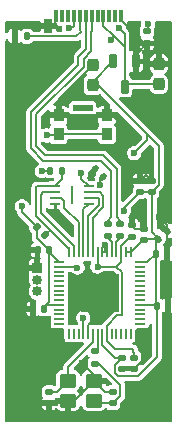
<source format=gbr>
%TF.GenerationSoftware,KiCad,Pcbnew,9.0.6*%
%TF.CreationDate,2025-12-04T22:18:03-08:00*%
%TF.ProjectId,Dev Board,44657620-426f-4617-9264-2e6b69636164,rev?*%
%TF.SameCoordinates,Original*%
%TF.FileFunction,Copper,L1,Top*%
%TF.FilePolarity,Positive*%
%FSLAX46Y46*%
G04 Gerber Fmt 4.6, Leading zero omitted, Abs format (unit mm)*
G04 Created by KiCad (PCBNEW 9.0.6) date 2025-12-04 22:18:03*
%MOMM*%
%LPD*%
G01*
G04 APERTURE LIST*
G04 Aperture macros list*
%AMRoundRect*
0 Rectangle with rounded corners*
0 $1 Rounding radius*
0 $2 $3 $4 $5 $6 $7 $8 $9 X,Y pos of 4 corners*
0 Add a 4 corners polygon primitive as box body*
4,1,4,$2,$3,$4,$5,$6,$7,$8,$9,$2,$3,0*
0 Add four circle primitives for the rounded corners*
1,1,$1+$1,$2,$3*
1,1,$1+$1,$4,$5*
1,1,$1+$1,$6,$7*
1,1,$1+$1,$8,$9*
0 Add four rect primitives between the rounded corners*
20,1,$1+$1,$2,$3,$4,$5,0*
20,1,$1+$1,$4,$5,$6,$7,0*
20,1,$1+$1,$6,$7,$8,$9,0*
20,1,$1+$1,$8,$9,$2,$3,0*%
G04 Aperture macros list end*
%TA.AperFunction,SMDPad,CuDef*%
%ADD10R,0.380000X1.000000*%
%TD*%
%TA.AperFunction,SMDPad,CuDef*%
%ADD11R,0.700000X1.150000*%
%TD*%
%TA.AperFunction,SMDPad,CuDef*%
%ADD12RoundRect,0.140000X-0.170000X0.140000X-0.170000X-0.140000X0.170000X-0.140000X0.170000X0.140000X0*%
%TD*%
%TA.AperFunction,HeatsinkPad*%
%ADD13R,0.200000X1.600000*%
%TD*%
%TA.AperFunction,SMDPad,CuDef*%
%ADD14RoundRect,0.062500X-0.387500X-0.062500X0.387500X-0.062500X0.387500X0.062500X-0.387500X0.062500X0*%
%TD*%
%TA.AperFunction,SMDPad,CuDef*%
%ADD15RoundRect,0.077500X-0.232500X0.532500X-0.232500X-0.532500X0.232500X-0.532500X0.232500X0.532500X0*%
%TD*%
%TA.AperFunction,SMDPad,CuDef*%
%ADD16R,0.900000X1.000000*%
%TD*%
%TA.AperFunction,SMDPad,CuDef*%
%ADD17R,1.700000X0.550000*%
%TD*%
%TA.AperFunction,ComponentPad*%
%ADD18R,0.850000X0.850000*%
%TD*%
%TA.AperFunction,ComponentPad*%
%ADD19C,0.850000*%
%TD*%
%TA.AperFunction,SMDPad,CuDef*%
%ADD20RoundRect,0.250000X0.450000X0.350000X-0.450000X0.350000X-0.450000X-0.350000X0.450000X-0.350000X0*%
%TD*%
%TA.AperFunction,SMDPad,CuDef*%
%ADD21RoundRect,0.050000X-0.387500X-0.050000X0.387500X-0.050000X0.387500X0.050000X-0.387500X0.050000X0*%
%TD*%
%TA.AperFunction,SMDPad,CuDef*%
%ADD22RoundRect,0.050000X-0.050000X-0.387500X0.050000X-0.387500X0.050000X0.387500X-0.050000X0.387500X0*%
%TD*%
%TA.AperFunction,HeatsinkPad*%
%ADD23R,3.200000X3.200000*%
%TD*%
%TA.AperFunction,SMDPad,CuDef*%
%ADD24RoundRect,0.135000X0.226274X0.035355X0.035355X0.226274X-0.226274X-0.035355X-0.035355X-0.226274X0*%
%TD*%
%TA.AperFunction,SMDPad,CuDef*%
%ADD25RoundRect,0.135000X-0.135000X-0.185000X0.135000X-0.185000X0.135000X0.185000X-0.135000X0.185000X0*%
%TD*%
%TA.AperFunction,SMDPad,CuDef*%
%ADD26RoundRect,0.135000X0.185000X-0.135000X0.185000X0.135000X-0.185000X0.135000X-0.185000X-0.135000X0*%
%TD*%
%TA.AperFunction,SMDPad,CuDef*%
%ADD27RoundRect,0.135000X-0.185000X0.135000X-0.185000X-0.135000X0.185000X-0.135000X0.185000X0.135000X0*%
%TD*%
%TA.AperFunction,SMDPad,CuDef*%
%ADD28RoundRect,0.135000X0.135000X0.185000X-0.135000X0.185000X-0.135000X-0.185000X0.135000X-0.185000X0*%
%TD*%
%TA.AperFunction,SMDPad,CuDef*%
%ADD29RoundRect,0.140000X0.170000X-0.140000X0.170000X0.140000X-0.170000X0.140000X-0.170000X-0.140000X0*%
%TD*%
%TA.AperFunction,SMDPad,CuDef*%
%ADD30RoundRect,0.237500X0.237500X-0.300000X0.237500X0.300000X-0.237500X0.300000X-0.237500X-0.300000X0*%
%TD*%
%TA.AperFunction,SMDPad,CuDef*%
%ADD31RoundRect,0.140000X0.219203X0.021213X0.021213X0.219203X-0.219203X-0.021213X-0.021213X-0.219203X0*%
%TD*%
%TA.AperFunction,SMDPad,CuDef*%
%ADD32RoundRect,0.140000X0.140000X0.170000X-0.140000X0.170000X-0.140000X-0.170000X0.140000X-0.170000X0*%
%TD*%
%TA.AperFunction,SMDPad,CuDef*%
%ADD33RoundRect,0.140000X0.021213X-0.219203X0.219203X-0.021213X-0.021213X0.219203X-0.219203X0.021213X0*%
%TD*%
%TA.AperFunction,SMDPad,CuDef*%
%ADD34RoundRect,0.140000X-0.140000X-0.170000X0.140000X-0.170000X0.140000X0.170000X-0.140000X0.170000X0*%
%TD*%
%TA.AperFunction,ViaPad*%
%ADD35C,0.600000*%
%TD*%
%TA.AperFunction,Conductor*%
%ADD36C,0.200000*%
%TD*%
G04 APERTURE END LIST*
D10*
%TO.P,P2,A1,GND*%
%TO.N,GND*%
X134500000Y-103400000D03*
%TO.P,P2,A2*%
%TO.N,N/C*%
X135000000Y-103400000D03*
%TO.P,P2,A3*%
X135500000Y-103400000D03*
%TO.P,P2,A4,VBUS*%
%TO.N,VBUS*%
X136000000Y-103400000D03*
%TO.P,P2,A5,CC*%
%TO.N,Net-(P2-CC)*%
X136500000Y-103400000D03*
%TO.P,P2,A6,D+*%
%TO.N,USB_D+*%
X137000000Y-103400000D03*
%TO.P,P2,A7,D-*%
%TO.N,USB_D-*%
X137500000Y-103400000D03*
%TO.P,P2,A8*%
%TO.N,N/C*%
X138000000Y-103400000D03*
%TO.P,P2,A9,VBUS*%
%TO.N,VBUS*%
X138500000Y-103400000D03*
%TO.P,P2,A10*%
%TO.N,N/C*%
X139000000Y-103400000D03*
%TO.P,P2,A11*%
X139500000Y-103400000D03*
%TO.P,P2,A12,GND*%
%TO.N,GND*%
X140000000Y-103400000D03*
D11*
%TO.P,P2,S1,SHIELD*%
X133830000Y-104240000D03*
%TD*%
D12*
%TO.P,C10,2*%
%TO.N,GND*%
X141100000Y-133280000D03*
%TO.P,C10,1*%
%TO.N,+1V1*%
X141100000Y-132320000D03*
%TD*%
D13*
%TO.P,IC1,9,EP*%
%TO.N,unconnected-(IC1-EP-Pad9)*%
X135825000Y-118550000D03*
D14*
%TO.P,IC1,8,VCC*%
%TO.N,+3V3*%
X137250000Y-117800000D03*
%TO.P,IC1,7,IO3*%
%TO.N,QSPI_SD3*%
X137250000Y-118300000D03*
%TO.P,IC1,6,CLK*%
%TO.N,QSPI_SCLK*%
X137250000Y-118800000D03*
%TO.P,IC1,5,DI_(IO0)*%
%TO.N,QSPI_SD0*%
X137250000Y-119300000D03*
%TO.P,IC1,4,GND*%
%TO.N,GND*%
X134400000Y-119300000D03*
%TO.P,IC1,3,IO2*%
%TO.N,QSPI_SD2*%
X134400000Y-118800000D03*
%TO.P,IC1,2,DO_(IO1)*%
%TO.N,QSPI_SD1*%
X134400000Y-118300000D03*
%TO.P,IC1,1,~{CS}*%
%TO.N,QSPI_SS*%
X134400000Y-117800000D03*
%TD*%
D15*
%TO.P,VR1,1,GND*%
%TO.N,GND*%
X141250000Y-107235000D03*
%TO.P,VR1,2,VOUT*%
%TO.N,+3V3*%
X139350000Y-107235000D03*
%TO.P,VR1,3,VIN*%
%TO.N,VBUS*%
X140300000Y-109365000D03*
%TD*%
D16*
%TO.P,SW1,1,1*%
%TO.N,GND*%
X134700000Y-111800000D03*
X138800000Y-111800000D03*
%TO.P,SW1,2,2*%
%TO.N,Net-(R6-Pad1)*%
X134700000Y-113400000D03*
X138800000Y-113400000D03*
D17*
%TO.P,SW1,SH*%
%TO.N,N/C*%
X136750000Y-111175000D03*
%TD*%
D18*
%TO.P,J1,1,Pin_1*%
%TO.N,GND*%
X132900000Y-124700000D03*
D19*
%TO.P,J1,2,Pin_2*%
%TO.N,GPIO15*%
X132900000Y-125700000D03*
%TO.P,J1,3,Pin_3*%
%TO.N,GPIO0*%
X132900000Y-126700001D03*
%TD*%
D20*
%TO.P,Y1,1,1*%
%TO.N,GND*%
X137700000Y-134250000D03*
%TO.P,Y1,2,2*%
%TO.N,XIN*%
X135500000Y-134250000D03*
%TO.P,Y1,3,3*%
%TO.N,GND*%
X135500000Y-135950000D03*
%TO.P,Y1,4,4*%
%TO.N,Net-(C16-Pad2)*%
X137700000Y-135950000D03*
%TD*%
D21*
%TO.P,U1,1,IOVDD*%
%TO.N,+3V3*%
X134762500Y-124237500D03*
%TO.P,U1,2,GPIO0*%
%TO.N,GPIO0*%
X134762500Y-124637500D03*
%TO.P,U1,3,GPIO1*%
%TO.N,GPIO1*%
X134762500Y-125037500D03*
%TO.P,U1,4,GPIO2*%
%TO.N,GPIO2*%
X134762500Y-125437500D03*
%TO.P,U1,5,GPIO3*%
%TO.N,GPIO3*%
X134762500Y-125837500D03*
%TO.P,U1,6,GPIO4*%
%TO.N,GPIO4*%
X134762500Y-126237500D03*
%TO.P,U1,7,GPIO5*%
%TO.N,GPIO5*%
X134762500Y-126637500D03*
%TO.P,U1,8,GPIO6*%
%TO.N,GPIO6*%
X134762500Y-127037500D03*
%TO.P,U1,9,GPIO7*%
%TO.N,GPIO7*%
X134762500Y-127437500D03*
%TO.P,U1,10,IOVDD*%
%TO.N,+3V3*%
X134762500Y-127837500D03*
%TO.P,U1,11,GPIO8*%
%TO.N,GPIO8*%
X134762500Y-128237500D03*
%TO.P,U1,12,GPIO9*%
%TO.N,GPIO9*%
X134762500Y-128637500D03*
%TO.P,U1,13,GPIO10*%
%TO.N,GPIO10*%
X134762500Y-129037500D03*
%TO.P,U1,14,GPIO11*%
%TO.N,GPIO11*%
X134762500Y-129437500D03*
D22*
%TO.P,U1,15,GPIO12*%
%TO.N,GPIO12*%
X135600000Y-130275000D03*
%TO.P,U1,16,GPIO13*%
%TO.N,GPIO13*%
X136000000Y-130275000D03*
%TO.P,U1,17,GPIO14*%
%TO.N,GPIO14*%
X136400000Y-130275000D03*
%TO.P,U1,18,GPIO15*%
%TO.N,GPIO15*%
X136800000Y-130275000D03*
%TO.P,U1,19,TESTEN*%
%TO.N,GND*%
X137200000Y-130275000D03*
%TO.P,U1,20,XIN*%
%TO.N,XIN*%
X137600000Y-130275000D03*
%TO.P,U1,21,XOUT*%
%TO.N,XOUT*%
X138000000Y-130275000D03*
%TO.P,U1,22,IOVDD*%
%TO.N,+3V3*%
X138400000Y-130275000D03*
%TO.P,U1,23,DVDD*%
%TO.N,+1V1*%
X138800000Y-130275000D03*
%TO.P,U1,24,SWCLK*%
%TO.N,SWCLK*%
X139200000Y-130275000D03*
%TO.P,U1,25,SWD*%
%TO.N,SWD*%
X139600000Y-130275000D03*
%TO.P,U1,26,RUN*%
%TO.N,RUN*%
X140000000Y-130275000D03*
%TO.P,U1,27,GPIO16*%
%TO.N,GPIO16*%
X140400000Y-130275000D03*
%TO.P,U1,28,GPIO17*%
%TO.N,GPIO17*%
X140800000Y-130275000D03*
D21*
%TO.P,U1,29,GPIO18*%
%TO.N,GPIO18*%
X141637500Y-129437500D03*
%TO.P,U1,30,GPIO19*%
%TO.N,GPIO19*%
X141637500Y-129037500D03*
%TO.P,U1,31,GPIO20*%
%TO.N,GPIO20*%
X141637500Y-128637500D03*
%TO.P,U1,32,GPIO21*%
%TO.N,GPIO21*%
X141637500Y-128237500D03*
%TO.P,U1,33,IOVDD*%
%TO.N,+3V3*%
X141637500Y-127837500D03*
%TO.P,U1,34,GPIO22*%
%TO.N,GPIO22*%
X141637500Y-127437500D03*
%TO.P,U1,35,GPIO23*%
%TO.N,GPIO23*%
X141637500Y-127037500D03*
%TO.P,U1,36,GPIO24*%
%TO.N,GPIO24*%
X141637500Y-126637500D03*
%TO.P,U1,37,GPIO25*%
%TO.N,unconnected-(U1-GPIO25-Pad37)*%
X141637500Y-126237500D03*
%TO.P,U1,38,GPIO26_ADC0*%
%TO.N,GPIO26_ADC0*%
X141637500Y-125837500D03*
%TO.P,U1,39,GPIO27_ADC1*%
%TO.N,GPIO27_ADC1*%
X141637500Y-125437500D03*
%TO.P,U1,40,GPIO28_ADC2*%
%TO.N,GPIO28_ADC2*%
X141637500Y-125037500D03*
%TO.P,U1,41,GPIO29_ADC3*%
%TO.N,GPIO29_ADC3*%
X141637500Y-124637500D03*
%TO.P,U1,42,IOVDD*%
%TO.N,+3V3*%
X141637500Y-124237500D03*
D22*
%TO.P,U1,43,ADC_AVDD*%
X140800000Y-123400000D03*
%TO.P,U1,44,VREG_IN*%
X140400000Y-123400000D03*
%TO.P,U1,45,VREG_VOUT*%
%TO.N,+1V1*%
X140000000Y-123400000D03*
%TO.P,U1,46,USB_DM*%
%TO.N,Net-(U1-USB_DM)*%
X139600000Y-123400000D03*
%TO.P,U1,47,USB_DP*%
%TO.N,Net-(U1-USB_DP)*%
X139200000Y-123400000D03*
%TO.P,U1,48,USB_VDD*%
%TO.N,+3V3*%
X138800000Y-123400000D03*
%TO.P,U1,49,IOVDD*%
X138400000Y-123400000D03*
%TO.P,U1,50,DVDD*%
%TO.N,+1V1*%
X138000000Y-123400000D03*
%TO.P,U1,51,QSPI_SD3*%
%TO.N,QSPI_SD3*%
X137600000Y-123400000D03*
%TO.P,U1,52,QSPI_SCLK*%
%TO.N,QSPI_SCLK*%
X137200000Y-123400000D03*
%TO.P,U1,53,QSPI_SD0*%
%TO.N,QSPI_SD0*%
X136800000Y-123400000D03*
%TO.P,U1,54,QSPI_SD2*%
%TO.N,QSPI_SD2*%
X136400000Y-123400000D03*
%TO.P,U1,55,QSPI_SD1*%
%TO.N,QSPI_SD1*%
X136000000Y-123400000D03*
%TO.P,U1,56,QSPI_SS*%
%TO.N,QSPI_SS*%
X135600000Y-123400000D03*
D23*
%TO.P,U1,57,GND*%
%TO.N,GND*%
X138200000Y-126837500D03*
%TD*%
D24*
%TO.P,R7,1*%
%TO.N,QSPI_SS*%
X133560624Y-121960624D03*
%TO.P,R7,2*%
%TO.N,+3V3*%
X132839376Y-121239376D03*
%TD*%
D25*
%TO.P,R6,1*%
%TO.N,Net-(R6-Pad1)*%
X133990001Y-116500000D03*
%TO.P,R6,2*%
%TO.N,QSPI_SS*%
X135009999Y-116500000D03*
%TD*%
D26*
%TO.P,R5,1*%
%TO.N,Net-(C16-Pad2)*%
X137800000Y-132809999D03*
%TO.P,R5,2*%
%TO.N,XOUT*%
X137800000Y-131790001D03*
%TD*%
D27*
%TO.P,R4,1*%
%TO.N,USB_D-*%
X139900000Y-120990001D03*
%TO.P,R4,2*%
%TO.N,Net-(U1-USB_DM)*%
X139900000Y-122009999D03*
%TD*%
%TO.P,R3,1*%
%TO.N,USB_D+*%
X138900000Y-120990001D03*
%TO.P,R3,2*%
%TO.N,Net-(U1-USB_DP)*%
X138900000Y-122009999D03*
%TD*%
%TO.P,R2,1*%
%TO.N,Net-(P2-VCONN)*%
X142200000Y-104690001D03*
%TO.P,R2,2*%
%TO.N,GND*%
X142200000Y-105709999D03*
%TD*%
D28*
%TO.P,R1,1*%
%TO.N,Net-(P2-CC)*%
X132009999Y-105100000D03*
%TO.P,R1,2*%
%TO.N,GND*%
X130990001Y-105100000D03*
%TD*%
D12*
%TO.P,C16,1*%
%TO.N,GND*%
X139300000Y-135220000D03*
%TO.P,C16,2*%
%TO.N,Net-(C16-Pad2)*%
X139300000Y-136180000D03*
%TD*%
D29*
%TO.P,C15,1*%
%TO.N,GND*%
X133900000Y-136180000D03*
%TO.P,C15,2*%
%TO.N,XIN*%
X133900000Y-135220000D03*
%TD*%
D30*
%TO.P,C14,1*%
%TO.N,+3V3*%
X137600000Y-109262501D03*
%TO.P,C14,2*%
%TO.N,GND*%
X137600000Y-107537499D03*
%TD*%
%TO.P,C13,1*%
%TO.N,VBUS*%
X143200000Y-109162501D03*
%TO.P,C13,2*%
%TO.N,GND*%
X143200000Y-107437499D03*
%TD*%
D31*
%TO.P,C12,1*%
%TO.N,+1V1*%
X138439411Y-117039411D03*
%TO.P,C12,2*%
%TO.N,GND*%
X137760589Y-116360589D03*
%TD*%
D29*
%TO.P,C11,1*%
%TO.N,+1V1*%
X140900000Y-122080000D03*
%TO.P,C11,2*%
%TO.N,GND*%
X140900000Y-121120000D03*
%TD*%
%TO.P,C9,1*%
%TO.N,+3V3*%
X141900000Y-122380000D03*
%TO.P,C9,2*%
%TO.N,GND*%
X141900000Y-121420000D03*
%TD*%
D32*
%TO.P,C8,1*%
%TO.N,+3V3*%
X133880000Y-123200000D03*
%TO.P,C8,2*%
%TO.N,GND*%
X132920000Y-123200000D03*
%TD*%
D29*
%TO.P,C7,1*%
%TO.N,+3V3*%
X141600000Y-118280000D03*
%TO.P,C7,2*%
%TO.N,GND*%
X141600000Y-117320000D03*
%TD*%
D33*
%TO.P,C6,1*%
%TO.N,+3V3*%
X143160589Y-122239411D03*
%TO.P,C6,2*%
%TO.N,GND*%
X143839411Y-121560589D03*
%TD*%
D12*
%TO.P,C5,1*%
%TO.N,+3V3*%
X140100000Y-132320000D03*
%TO.P,C5,2*%
%TO.N,GND*%
X140100000Y-133280000D03*
%TD*%
D32*
%TO.P,C4,1*%
%TO.N,+3V3*%
X133480000Y-128200000D03*
%TO.P,C4,2*%
%TO.N,GND*%
X132520000Y-128200000D03*
%TD*%
D34*
%TO.P,C3,1*%
%TO.N,+3V3*%
X143020000Y-127900000D03*
%TO.P,C3,2*%
%TO.N,GND*%
X143980000Y-127900000D03*
%TD*%
%TO.P,C2,1*%
%TO.N,+3V3*%
X142920000Y-123500000D03*
%TO.P,C2,2*%
%TO.N,GND*%
X143880000Y-123500000D03*
%TD*%
D29*
%TO.P,C1,1*%
%TO.N,+3V3*%
X142600000Y-118280000D03*
%TO.P,C1,2*%
%TO.N,GND*%
X142600000Y-117320000D03*
%TD*%
D35*
%TO.N,GND*%
X141400000Y-104100000D03*
X141300000Y-108500000D03*
X134500000Y-106000000D03*
X140200000Y-112800000D03*
X134500000Y-120100000D03*
X142100000Y-116200000D03*
X137436765Y-117138235D03*
X141700000Y-120000000D03*
X143200000Y-120400000D03*
X138200000Y-126800000D03*
X142000000Y-131600000D03*
X136700000Y-132800000D03*
%TO.N,GPIO15*%
X136800000Y-128937502D03*
%TO.N,GPIO0*%
X136300000Y-124700000D03*
%TO.N,+3V3*%
X136600000Y-116700000D03*
X131600000Y-119500000D03*
X141100000Y-115000000D03*
%TO.N,VBUS*%
X139820000Y-104421528D03*
%TO.N,Net-(P2-VCONN)*%
X142300000Y-104100000D03*
%TO.N,VBUS*%
X139100000Y-105400000D03*
X135600000Y-104400002D03*
%TO.N,Net-(R6-Pad1)*%
X133700000Y-113500000D03*
X133300000Y-116500000D03*
%TO.N,+1V1*%
X138212091Y-117701689D03*
X138000000Y-124600000D03*
%TO.N,+3V3*%
X140225000Y-119900000D03*
X138600000Y-122793873D03*
%TD*%
D36*
%TO.N,GND*%
X141300000Y-107285000D02*
X141250000Y-107235000D01*
X141300000Y-108500000D02*
X141300000Y-107285000D01*
X134109942Y-104240000D02*
X134509000Y-103840942D01*
X133830000Y-104240000D02*
X134109942Y-104240000D01*
X139200000Y-111800000D02*
X140200000Y-112800000D01*
X138800000Y-111800000D02*
X139200000Y-111800000D01*
%TO.N,+1V1*%
X138212091Y-117266731D02*
X138439411Y-117039411D01*
X138212091Y-117701689D02*
X138212091Y-117266731D01*
%TO.N,GND*%
X134500000Y-119400000D02*
X134400000Y-119300000D01*
X134500000Y-120100000D02*
X134500000Y-119400000D01*
X141960057Y-105709999D02*
X139991000Y-103740942D01*
X142200000Y-105709999D02*
X141960057Y-105709999D01*
X141250000Y-106659999D02*
X142200000Y-105709999D01*
X141250000Y-107235000D02*
X141250000Y-106659999D01*
X134700000Y-110437499D02*
X134700000Y-111800000D01*
X137600000Y-107537499D02*
X134700000Y-110437499D01*
X138800000Y-111800000D02*
X134700000Y-111800000D01*
X142100000Y-116820000D02*
X142600000Y-117320000D01*
X142100000Y-116200000D02*
X142100000Y-116820000D01*
X142100000Y-116820000D02*
X141600000Y-117320000D01*
X137760589Y-116814411D02*
X137436765Y-117138235D01*
X137760589Y-116360589D02*
X137760589Y-116814411D01*
X141200000Y-121420000D02*
X140900000Y-121120000D01*
X141900000Y-121420000D02*
X141200000Y-121420000D01*
X141700000Y-121220000D02*
X141900000Y-121420000D01*
X141700000Y-120000000D02*
X141700000Y-121220000D01*
X143839411Y-121039411D02*
X143200000Y-120400000D01*
X143839411Y-121560589D02*
X143839411Y-121039411D01*
X143839411Y-123459411D02*
X143880000Y-123500000D01*
X143839411Y-121560589D02*
X143839411Y-123459411D01*
X138200000Y-128587445D02*
X138200000Y-126837500D01*
X137200000Y-130275000D02*
X137200000Y-129587445D01*
X137200000Y-129587445D02*
X138200000Y-128587445D01*
X138200000Y-126837500D02*
X138200000Y-126800000D01*
%TO.N,+1V1*%
X139600000Y-124600000D02*
X140000000Y-124200000D01*
X140000000Y-124200000D02*
X140000000Y-123400000D01*
X139600000Y-124600000D02*
X138000000Y-124600000D01*
X140101000Y-128738500D02*
X140101000Y-125101000D01*
X139661500Y-128738500D02*
X140101000Y-128738500D01*
X138800000Y-129600000D02*
X139661500Y-128738500D01*
X138800000Y-130275000D02*
X138800000Y-129600000D01*
X140101000Y-125101000D02*
X139600000Y-124600000D01*
%TO.N,GND*%
X141100000Y-133280000D02*
X140100000Y-133280000D01*
X142000000Y-132380000D02*
X141100000Y-133280000D01*
X142000000Y-131600000D02*
X142000000Y-132380000D01*
X137700000Y-133800000D02*
X136700000Y-132800000D01*
X137700000Y-134250000D02*
X137700000Y-133800000D01*
X138670000Y-135220000D02*
X139300000Y-135220000D01*
X137700000Y-134250000D02*
X138670000Y-135220000D01*
X136000000Y-135950000D02*
X137700000Y-134250000D01*
X135500000Y-135950000D02*
X136000000Y-135950000D01*
%TO.N,GPIO15*%
X136800000Y-128937502D02*
X136800000Y-130275000D01*
%TO.N,GPIO0*%
X136237500Y-124637500D02*
X136300000Y-124700000D01*
X134762500Y-124637500D02*
X136237500Y-124637500D01*
%TO.N,+3V3*%
X133642500Y-128037500D02*
X133480000Y-128200000D01*
X133642500Y-127837500D02*
X133642500Y-128037500D01*
X136600000Y-116700000D02*
X136600000Y-117150000D01*
X136600000Y-117150000D02*
X137250000Y-117800000D01*
X139489000Y-132931000D02*
X140100000Y-132320000D01*
X139743450Y-133861000D02*
X139489000Y-133606550D01*
X141456550Y-133861000D02*
X139743450Y-133861000D01*
X143020000Y-132297550D02*
X141456550Y-133861000D01*
X139489000Y-133606550D02*
X139489000Y-132931000D01*
X143020000Y-127900000D02*
X143020000Y-132297550D01*
X133880000Y-127600000D02*
X133580000Y-127900000D01*
X133880000Y-123200000D02*
X133880000Y-127600000D01*
X132839376Y-122159376D02*
X132839376Y-121239376D01*
X133880000Y-123200000D02*
X132839376Y-122159376D01*
X131600000Y-120000000D02*
X132839376Y-121239376D01*
X131600000Y-119500000D02*
X131600000Y-120000000D01*
X142206250Y-113893750D02*
X141100000Y-115000000D01*
X142206250Y-113393750D02*
X142206250Y-113893750D01*
X142206250Y-113393750D02*
X143211000Y-114398501D01*
X142920000Y-127780000D02*
X142920000Y-123500000D01*
X143020000Y-127880000D02*
X142920000Y-127780000D01*
X143020000Y-127900000D02*
X143020000Y-127880000D01*
X142600000Y-121678822D02*
X143160589Y-122239411D01*
X142600000Y-118280000D02*
X142600000Y-121678822D01*
X143211000Y-117669000D02*
X142600000Y-118280000D01*
X143211000Y-114398501D02*
X143211000Y-117669000D01*
X138075000Y-109262501D02*
X142206250Y-113393750D01*
X137600000Y-109262501D02*
X138075000Y-109262501D01*
X137600000Y-108985000D02*
X137600000Y-109262501D01*
X139350000Y-107235000D02*
X137600000Y-108985000D01*
%TO.N,VBUS*%
X143200000Y-109162501D02*
X140502499Y-109162501D01*
X140502499Y-109162501D02*
X140300000Y-109365000D01*
X140300000Y-104901528D02*
X140300000Y-105992000D01*
X139820000Y-104421528D02*
X140300000Y-104901528D01*
%TO.N,Net-(P2-VCONN)*%
X142300000Y-104590001D02*
X142200000Y-104690001D01*
X142300000Y-104100000D02*
X142300000Y-104590001D01*
%TO.N,VBUS*%
X139100000Y-105400000D02*
X139404000Y-105096000D01*
%TO.N,Net-(P2-CC)*%
X136500000Y-104600000D02*
X136500000Y-103400000D01*
X136600000Y-104700000D02*
X136500000Y-104600000D01*
%TO.N,VBUS*%
X135791998Y-104400002D02*
X136000000Y-104192000D01*
X136000000Y-104192000D02*
X136000000Y-103400000D01*
X135600000Y-104400002D02*
X135791998Y-104400002D01*
%TO.N,Net-(P2-CC)*%
X136184000Y-105116000D02*
X136600000Y-104700000D01*
X132025999Y-105116000D02*
X136184000Y-105116000D01*
X132009999Y-105100000D02*
X132025999Y-105116000D01*
%TO.N,VBUS*%
X139404000Y-105096000D02*
X138500000Y-104192000D01*
X138500000Y-104192000D02*
X138500000Y-103400000D01*
X140300000Y-105992000D02*
X139404000Y-105096000D01*
X140300000Y-109365000D02*
X140300000Y-105992000D01*
%TO.N,Net-(R6-Pad1)*%
X138800000Y-113400000D02*
X134700000Y-113400000D01*
X134600000Y-113500000D02*
X134700000Y-113400000D01*
X133700000Y-113500000D02*
X134600000Y-113500000D01*
X133990001Y-116500000D02*
X133300000Y-116500000D01*
%TO.N,QSPI_SS*%
X135009999Y-117190001D02*
X134400000Y-117800000D01*
X135009999Y-116500000D02*
X135009999Y-117190001D01*
%TO.N,Net-(C16-Pad2)*%
X139911000Y-135569000D02*
X139300000Y-136180000D01*
X139911000Y-134601000D02*
X139911000Y-135569000D01*
X137800000Y-132809999D02*
X138119999Y-132809999D01*
X138119999Y-132809999D02*
X139911000Y-134601000D01*
%TO.N,XIN*%
X133900000Y-135220000D02*
X134530000Y-135220000D01*
X134530000Y-135220000D02*
X135500000Y-134250000D01*
%TO.N,Net-(C16-Pad2)*%
X137930000Y-136180000D02*
X137700000Y-135950000D01*
X139300000Y-136180000D02*
X137930000Y-136180000D01*
%TO.N,XIN*%
X135500000Y-133100000D02*
X135500000Y-134250000D01*
X137600000Y-131000000D02*
X135500000Y-133100000D01*
X137600000Y-130275000D02*
X137600000Y-131000000D01*
%TO.N,XOUT*%
X138000000Y-131590001D02*
X137800000Y-131790001D01*
X138000000Y-130275000D02*
X138000000Y-131590001D01*
%TO.N,QSPI_SS*%
X133560624Y-121960624D02*
X133921248Y-121600000D01*
X133921248Y-121600000D02*
X134100000Y-121600000D01*
X135600000Y-123100000D02*
X134100000Y-121600000D01*
%TO.N,+1V1*%
X138000000Y-123400000D02*
X138000000Y-124600000D01*
%TO.N,+3V3*%
X138800000Y-123400000D02*
X138400000Y-123400000D01*
X138600000Y-123200000D02*
X138800000Y-123400000D01*
X138600000Y-122793873D02*
X138600000Y-123200000D01*
X140225000Y-119655000D02*
X140225000Y-119900000D01*
X141600000Y-118280000D02*
X140225000Y-119655000D01*
X142600000Y-118280000D02*
X141600000Y-118280000D01*
%TO.N,+1V1*%
X141000000Y-131800000D02*
X141100000Y-131900000D01*
X141100000Y-131900000D02*
X141100000Y-132320000D01*
X141000000Y-131600000D02*
X141000000Y-131800000D01*
X139500000Y-131600000D02*
X141000000Y-131600000D01*
X138800000Y-130900000D02*
X139500000Y-131600000D01*
X138800000Y-130275000D02*
X138800000Y-130900000D01*
%TO.N,+3V3*%
X138400000Y-131200000D02*
X139520000Y-132320000D01*
X139520000Y-132320000D02*
X140100000Y-132320000D01*
X138400000Y-130275000D02*
X138400000Y-131200000D01*
X134762500Y-127837500D02*
X133642500Y-127837500D01*
X133642500Y-127837500D02*
X133580000Y-127900000D01*
X133880000Y-123355000D02*
X134762500Y-124237500D01*
X133880000Y-123200000D02*
X133880000Y-123355000D01*
X141820000Y-122380000D02*
X140800000Y-123400000D01*
X141900000Y-122380000D02*
X141820000Y-122380000D01*
X143160589Y-122239411D02*
X142040589Y-122239411D01*
X142040589Y-122239411D02*
X141900000Y-122380000D01*
X142920000Y-123500000D02*
X142920000Y-122480000D01*
X142920000Y-122480000D02*
X143160589Y-122239411D01*
X142182500Y-124237500D02*
X142920000Y-123500000D01*
X141637500Y-124237500D02*
X142182500Y-124237500D01*
%TO.N,+1V1*%
X140000000Y-122864726D02*
X140000000Y-123400000D01*
X140784726Y-122080000D02*
X140000000Y-122864726D01*
X140900000Y-122080000D02*
X140784726Y-122080000D01*
%TO.N,USB_D+*%
X138900000Y-120710000D02*
X138900000Y-120990001D01*
%TO.N,USB_D-*%
X139900000Y-120710000D02*
X139900000Y-120990001D01*
%TO.N,+3V3*%
X140800000Y-123400000D02*
X140400000Y-123400000D01*
X142957500Y-127837500D02*
X143020000Y-127900000D01*
X141637500Y-127837500D02*
X142957500Y-127837500D01*
%TO.N,QSPI_SD3*%
X138501000Y-119581898D02*
X137600000Y-120482898D01*
X137600000Y-120482898D02*
X137600000Y-123400000D01*
X138501000Y-118633900D02*
X138501000Y-119581898D01*
X138167100Y-118300000D02*
X138501000Y-118633900D01*
X137250000Y-118300000D02*
X138167100Y-118300000D01*
%TO.N,QSPI_SCLK*%
X138100000Y-118800000D02*
X137250000Y-118800000D01*
X138100000Y-119415798D02*
X138100000Y-118800000D01*
X137200000Y-120315798D02*
X138100000Y-119415798D01*
X137200000Y-123400000D02*
X137200000Y-120315798D01*
%TO.N,QSPI_SD0*%
X136800000Y-123400000D02*
X136800000Y-119750000D01*
X136800000Y-119750000D02*
X137250000Y-119300000D01*
%TO.N,QSPI_SS*%
X132900000Y-117800000D02*
X134400000Y-117800000D01*
X132800000Y-120300000D02*
X132800000Y-117900000D01*
X135600000Y-123400000D02*
X135600000Y-123100000D01*
X134100000Y-121600000D02*
X132800000Y-120300000D01*
X132800000Y-117900000D02*
X132900000Y-117800000D01*
%TO.N,QSPI_SD1*%
X133200000Y-118500000D02*
X133400000Y-118300000D01*
X133200000Y-120048530D02*
X133200000Y-118500000D01*
X136000000Y-122848530D02*
X133200000Y-120048530D01*
X133400000Y-118300000D02*
X134400000Y-118300000D01*
%TO.N,QSPI_SD2*%
X134865798Y-118800000D02*
X134400000Y-118800000D01*
X135151000Y-119085202D02*
X134865798Y-118800000D01*
X136400000Y-120865798D02*
X135151000Y-119616798D01*
X135151000Y-119616798D02*
X135151000Y-119085202D01*
X136400000Y-123400000D02*
X136400000Y-120865798D01*
%TO.N,USB_D-*%
X139625000Y-120435000D02*
X139900000Y-120710000D01*
X139625000Y-116306802D02*
X139625000Y-120435000D01*
%TO.N,USB_D+*%
X139175000Y-120435000D02*
X138900000Y-120710000D01*
%TO.N,USB_D-*%
X138493198Y-115175000D02*
X139625000Y-116306802D01*
%TO.N,USB_D+*%
X138306802Y-115625000D02*
X139175000Y-116493198D01*
X139175000Y-116493198D02*
X139175000Y-120435000D01*
%TO.N,USB_D-*%
X133593198Y-115175000D02*
X138493198Y-115175000D01*
X132825000Y-114406802D02*
X133593198Y-115175000D01*
X132825000Y-111693198D02*
X132825000Y-114406802D01*
X136824000Y-107007865D02*
X136824000Y-107694198D01*
X137475000Y-106356865D02*
X136824000Y-107007865D01*
X137475000Y-104675001D02*
X137475000Y-106356865D01*
X137500000Y-104650001D02*
X137475000Y-104675001D01*
X136824000Y-107694198D02*
X132825000Y-111693198D01*
X137500000Y-103900000D02*
X137500000Y-104650001D01*
%TO.N,Net-(U1-USB_DP)*%
X139200000Y-122509999D02*
X138900000Y-122209999D01*
X139200000Y-123400000D02*
X139200000Y-122509999D01*
%TO.N,Net-(U1-USB_DM)*%
X139600000Y-123400000D02*
X139600000Y-122509999D01*
X139600000Y-122509999D02*
X139900000Y-122209999D01*
%TO.N,QSPI_SD1*%
X136000000Y-123400000D02*
X136000000Y-122848530D01*
%TO.N,USB_D+*%
X133406802Y-115625000D02*
X138306802Y-115625000D01*
X132375000Y-111506802D02*
X132375000Y-114593198D01*
X137025000Y-106170497D02*
X136374020Y-106821477D01*
X137025000Y-104675001D02*
X137025000Y-106170497D01*
X137000000Y-104650001D02*
X137025000Y-104675001D01*
X132375000Y-114593198D02*
X133406802Y-115625000D01*
X137000000Y-103900000D02*
X137000000Y-104650001D01*
X136374020Y-106821477D02*
X136374020Y-107507782D01*
X136374020Y-107507782D02*
X132375000Y-111506802D01*
%TD*%
%TA.AperFunction,Conductor*%
%TO.N,GND*%
G36*
X133123039Y-103820185D02*
G01*
X133168794Y-103872989D01*
X133180000Y-103924500D01*
X133180000Y-103990000D01*
X134309999Y-103990000D01*
X134328544Y-103971455D01*
X134389867Y-103937969D01*
X134459558Y-103942953D01*
X134515492Y-103984824D01*
X134529660Y-104009048D01*
X134557794Y-104072765D01*
X134637235Y-104152206D01*
X134740009Y-104197585D01*
X134765135Y-104200500D01*
X134875500Y-104200499D01*
X134942539Y-104220183D01*
X134988294Y-104272987D01*
X134999500Y-104324499D01*
X134999500Y-104479059D01*
X135021029Y-104559409D01*
X135019367Y-104629256D01*
X134980205Y-104687118D01*
X134915977Y-104714623D01*
X134901255Y-104715500D01*
X134604000Y-104715500D01*
X134536961Y-104695815D01*
X134491206Y-104643011D01*
X134480000Y-104591501D01*
X134479999Y-104490000D01*
X133180001Y-104490000D01*
X133180001Y-104591500D01*
X133160316Y-104658539D01*
X133107512Y-104704294D01*
X133056001Y-104715500D01*
X132601623Y-104715500D01*
X132534584Y-104695815D01*
X132501853Y-104665133D01*
X132456423Y-104603578D01*
X132446784Y-104596464D01*
X132350793Y-104525619D01*
X132350791Y-104525618D01*
X132226879Y-104482258D01*
X132197460Y-104479500D01*
X131822545Y-104479500D01*
X131793124Y-104482258D01*
X131793114Y-104482260D01*
X131669204Y-104525619D01*
X131669203Y-104525619D01*
X131573212Y-104596464D01*
X131507583Y-104620435D01*
X131439413Y-104605119D01*
X131425945Y-104596464D01*
X131330560Y-104526066D01*
X131330558Y-104526065D01*
X131240001Y-104494378D01*
X131240001Y-105705620D01*
X131330558Y-105673934D01*
X131330558Y-105673933D01*
X131425943Y-105603536D01*
X131491572Y-105579564D01*
X131559743Y-105594879D01*
X131573211Y-105603535D01*
X131611488Y-105631784D01*
X131669205Y-105674381D01*
X131728877Y-105695261D01*
X131793118Y-105717741D01*
X131800795Y-105718460D01*
X131822542Y-105720500D01*
X132197455Y-105720499D01*
X132226878Y-105717741D01*
X132350793Y-105674381D01*
X132456422Y-105596423D01*
X132478236Y-105566865D01*
X132533884Y-105524615D01*
X132578006Y-105516500D01*
X136236725Y-105516500D01*
X136236727Y-105516500D01*
X136338588Y-105489207D01*
X136429913Y-105436480D01*
X136429914Y-105436478D01*
X136436951Y-105432416D01*
X136438466Y-105435040D01*
X136490174Y-105415046D01*
X136558620Y-105429079D01*
X136608613Y-105477889D01*
X136624500Y-105538615D01*
X136624500Y-105953242D01*
X136604815Y-106020281D01*
X136588181Y-106040923D01*
X136053542Y-106575561D01*
X136053540Y-106575564D01*
X136000813Y-106666888D01*
X136000813Y-106666889D01*
X135995321Y-106687385D01*
X135995321Y-106687386D01*
X135995320Y-106687385D01*
X135973520Y-106768748D01*
X135973520Y-107290527D01*
X135953835Y-107357566D01*
X135937201Y-107378208D01*
X132054522Y-111260886D01*
X132054518Y-111260892D01*
X132001792Y-111352214D01*
X132001793Y-111352215D01*
X131974500Y-111454075D01*
X131974500Y-114645924D01*
X132001793Y-114747787D01*
X132005851Y-114754815D01*
X132054520Y-114839111D01*
X132054522Y-114839113D01*
X133009493Y-115794084D01*
X133042978Y-115855407D01*
X133037994Y-115925099D01*
X132996122Y-115981032D01*
X132983813Y-115989152D01*
X132931284Y-116019479D01*
X132819481Y-116131282D01*
X132819475Y-116131290D01*
X132740426Y-116268209D01*
X132740423Y-116268216D01*
X132699500Y-116420943D01*
X132699500Y-116579057D01*
X132710724Y-116620943D01*
X132740423Y-116731783D01*
X132740426Y-116731790D01*
X132819475Y-116868709D01*
X132819479Y-116868714D01*
X132819480Y-116868716D01*
X132931284Y-116980520D01*
X132931286Y-116980521D01*
X132931290Y-116980524D01*
X133036079Y-117041023D01*
X133068216Y-117059577D01*
X133220943Y-117100500D01*
X133220945Y-117100500D01*
X133379055Y-117100500D01*
X133379057Y-117100500D01*
X133531784Y-117059577D01*
X133531785Y-117059576D01*
X133539635Y-117057473D01*
X133540152Y-117059402D01*
X133598878Y-117053081D01*
X133640474Y-117071016D01*
X133640991Y-117070039D01*
X133649204Y-117074379D01*
X133649207Y-117074381D01*
X133702171Y-117092914D01*
X133773120Y-117117741D01*
X133780797Y-117118460D01*
X133802544Y-117120500D01*
X134177457Y-117120499D01*
X134205326Y-117117886D01*
X134273909Y-117131228D01*
X134324392Y-117179531D01*
X134340747Y-117247459D01*
X134317781Y-117313447D01*
X134304579Y-117329026D01*
X134295424Y-117338181D01*
X134234101Y-117371666D01*
X134207744Y-117374500D01*
X133978049Y-117374500D01*
X133907492Y-117384779D01*
X133903155Y-117386900D01*
X133848694Y-117399500D01*
X132847273Y-117399500D01*
X132745413Y-117426793D01*
X132745410Y-117426794D01*
X132670742Y-117469904D01*
X132670741Y-117469904D01*
X132654093Y-117479515D01*
X132654085Y-117479521D01*
X132479522Y-117654084D01*
X132479520Y-117654087D01*
X132426791Y-117745414D01*
X132414424Y-117791574D01*
X132405847Y-117823587D01*
X132405468Y-117825001D01*
X132399500Y-117847272D01*
X132399500Y-119224051D01*
X132379815Y-119291090D01*
X132327011Y-119336845D01*
X132257853Y-119346789D01*
X132194297Y-119317764D01*
X132163642Y-119275253D01*
X132163641Y-119275254D01*
X132163631Y-119275237D01*
X132160940Y-119271505D01*
X132159577Y-119268215D01*
X132080524Y-119131290D01*
X132080518Y-119131282D01*
X131968717Y-119019481D01*
X131968709Y-119019475D01*
X131831790Y-118940426D01*
X131831786Y-118940424D01*
X131831784Y-118940423D01*
X131679057Y-118899500D01*
X131520943Y-118899500D01*
X131368216Y-118940423D01*
X131368209Y-118940426D01*
X131231290Y-119019475D01*
X131231282Y-119019481D01*
X131119481Y-119131282D01*
X131119475Y-119131290D01*
X131040426Y-119268209D01*
X131040423Y-119268216D01*
X130999500Y-119420943D01*
X130999500Y-119579057D01*
X131021160Y-119659891D01*
X131040423Y-119731783D01*
X131040426Y-119731790D01*
X131119475Y-119868709D01*
X131119481Y-119868717D01*
X131163181Y-119912417D01*
X131196666Y-119973740D01*
X131199500Y-120000098D01*
X131199500Y-120052727D01*
X131213146Y-120103657D01*
X131226793Y-120154589D01*
X131253156Y-120200250D01*
X131279520Y-120245913D01*
X131279522Y-120245915D01*
X132146187Y-121112580D01*
X132179672Y-121173903D01*
X132181121Y-121218740D01*
X132172683Y-121274728D01*
X132172683Y-121274731D01*
X132181134Y-121330795D01*
X132192250Y-121404546D01*
X132192250Y-121404549D01*
X132249208Y-121522824D01*
X132249211Y-121522828D01*
X132268055Y-121545574D01*
X132268059Y-121545578D01*
X132268064Y-121545584D01*
X132400667Y-121678185D01*
X132402557Y-121680075D01*
X132436042Y-121741398D01*
X132438876Y-121767757D01*
X132438876Y-122106649D01*
X132438876Y-122212103D01*
X132450777Y-122256519D01*
X132466169Y-122313965D01*
X132480663Y-122339068D01*
X132518896Y-122405289D01*
X132518897Y-122405290D01*
X132518898Y-122405291D01*
X132572677Y-122459070D01*
X132606162Y-122520393D01*
X132601178Y-122590085D01*
X132559306Y-122646018D01*
X132558630Y-122646521D01*
X132465358Y-122715358D01*
X132386594Y-122822080D01*
X132342787Y-122947272D01*
X132342786Y-122947274D01*
X132342530Y-122949999D01*
X132342531Y-122950000D01*
X132796000Y-122950000D01*
X132863039Y-122969685D01*
X132908794Y-123022489D01*
X132920000Y-123074000D01*
X132920000Y-123200000D01*
X133046000Y-123200000D01*
X133113039Y-123219685D01*
X133158794Y-123272489D01*
X133170000Y-123324000D01*
X133170000Y-123813132D01*
X133185554Y-123832842D01*
X133192313Y-123902384D01*
X133160401Y-123964541D01*
X133158196Y-123966803D01*
X133150000Y-123974999D01*
X133150000Y-124576000D01*
X133137238Y-124619461D01*
X133111940Y-124558386D01*
X133041614Y-124488060D01*
X132949728Y-124450000D01*
X132850272Y-124450000D01*
X132758386Y-124488060D01*
X132688060Y-124558386D01*
X132650000Y-124650272D01*
X132650000Y-124749728D01*
X132688060Y-124841614D01*
X132758386Y-124911940D01*
X132824696Y-124939406D01*
X132776000Y-124950000D01*
X132175001Y-124950000D01*
X132175001Y-125169785D01*
X132175002Y-125169808D01*
X132177908Y-125194869D01*
X132177909Y-125194873D01*
X132227854Y-125307990D01*
X132226019Y-125308800D01*
X132243175Y-125361454D01*
X132233791Y-125412549D01*
X132202381Y-125488380D01*
X132202380Y-125488383D01*
X132202380Y-125488384D01*
X132202379Y-125488385D01*
X132174500Y-125628542D01*
X132174500Y-125628545D01*
X132174500Y-125771455D01*
X132174500Y-125771457D01*
X132174499Y-125771457D01*
X132202379Y-125911614D01*
X132202381Y-125911620D01*
X132257069Y-126043650D01*
X132257074Y-126043659D01*
X132315507Y-126131109D01*
X132336385Y-126197786D01*
X132317901Y-126265167D01*
X132315507Y-126268891D01*
X132257074Y-126356341D01*
X132257069Y-126356350D01*
X132202381Y-126488380D01*
X132202379Y-126488386D01*
X132174500Y-126628543D01*
X132174500Y-126628546D01*
X132174500Y-126771456D01*
X132174500Y-126771458D01*
X132174499Y-126771458D01*
X132202379Y-126911615D01*
X132202381Y-126911621D01*
X132257069Y-127043651D01*
X132257074Y-127043660D01*
X132336467Y-127162479D01*
X132336470Y-127162483D01*
X132437517Y-127263530D01*
X132437521Y-127263533D01*
X132556340Y-127342926D01*
X132556346Y-127342929D01*
X132556347Y-127342930D01*
X132688380Y-127397620D01*
X132688384Y-127397620D01*
X132688385Y-127397621D01*
X132695125Y-127398962D01*
X132757035Y-127431347D01*
X132791610Y-127492063D01*
X132787870Y-127561832D01*
X132770000Y-127586613D01*
X132770000Y-128797667D01*
X132867922Y-128763403D01*
X132925943Y-128720581D01*
X132991571Y-128696609D01*
X133059742Y-128711923D01*
X133073208Y-128720577D01*
X133131843Y-128763852D01*
X133170003Y-128777204D01*
X133257173Y-128807708D01*
X133257177Y-128807708D01*
X133257181Y-128807710D01*
X133272057Y-128809105D01*
X133286930Y-128810500D01*
X133286934Y-128810500D01*
X133673070Y-128810500D01*
X133686289Y-128809260D01*
X133702819Y-128807710D01*
X133702823Y-128807708D01*
X133702826Y-128807708D01*
X133773291Y-128783050D01*
X133828157Y-128763852D01*
X133840849Y-128754484D01*
X133906476Y-128730511D01*
X133974647Y-128745824D01*
X134023717Y-128795563D01*
X134038106Y-128863934D01*
X134035692Y-128876560D01*
X134035815Y-128876578D01*
X134024500Y-128954239D01*
X134024500Y-129120760D01*
X134034425Y-129188888D01*
X134037270Y-129198092D01*
X134034294Y-129199011D01*
X134043323Y-129251925D01*
X134036094Y-129276544D01*
X134037270Y-129276908D01*
X134034425Y-129286111D01*
X134024500Y-129354239D01*
X134024500Y-129520760D01*
X134034426Y-129588891D01*
X134085803Y-129693985D01*
X134168514Y-129776696D01*
X134168515Y-129776696D01*
X134168517Y-129776698D01*
X134273607Y-129828073D01*
X134307673Y-129833036D01*
X134341739Y-129838000D01*
X135075500Y-129838000D01*
X135142539Y-129857685D01*
X135188294Y-129910489D01*
X135199500Y-129962000D01*
X135199500Y-130695760D01*
X135209426Y-130763891D01*
X135260803Y-130868985D01*
X135343514Y-130951696D01*
X135343515Y-130951696D01*
X135343517Y-130951698D01*
X135448607Y-131003073D01*
X135473020Y-131006630D01*
X135516739Y-131013000D01*
X135516740Y-131013000D01*
X135683255Y-131013000D01*
X135683260Y-131013000D01*
X135751393Y-131003073D01*
X135751396Y-131003071D01*
X135751399Y-131003071D01*
X135760596Y-131000230D01*
X135761516Y-131003209D01*
X135814390Y-130994173D01*
X135839039Y-131001410D01*
X135839404Y-131000230D01*
X135848600Y-131003071D01*
X135848604Y-131003071D01*
X135848607Y-131003073D01*
X135916740Y-131013000D01*
X135916745Y-131013000D01*
X136083255Y-131013000D01*
X136083260Y-131013000D01*
X136151393Y-131003073D01*
X136151396Y-131003071D01*
X136151399Y-131003071D01*
X136160596Y-131000230D01*
X136161516Y-131003209D01*
X136214390Y-130994173D01*
X136239039Y-131001410D01*
X136239404Y-131000230D01*
X136248600Y-131003071D01*
X136248604Y-131003071D01*
X136248607Y-131003073D01*
X136316740Y-131013000D01*
X136316745Y-131013000D01*
X136483255Y-131013000D01*
X136483260Y-131013000D01*
X136551393Y-131003073D01*
X136551396Y-131003071D01*
X136551399Y-131003071D01*
X136560596Y-131000230D01*
X136561516Y-131003209D01*
X136614390Y-130994173D01*
X136619853Y-130994935D01*
X136637972Y-130997873D01*
X136648607Y-131003073D01*
X136716740Y-131013000D01*
X136731232Y-131013000D01*
X136741097Y-131014600D01*
X136763963Y-131025543D01*
X136788283Y-131032685D01*
X136794942Y-131040370D01*
X136804120Y-131044763D01*
X136817440Y-131066334D01*
X136834038Y-131085489D01*
X136835485Y-131095557D01*
X136840830Y-131104212D01*
X136840374Y-131129554D01*
X136843982Y-131154647D01*
X136839755Y-131163900D01*
X136839573Y-131174070D01*
X136825488Y-131195142D01*
X136814957Y-131218203D01*
X136808925Y-131224681D01*
X135179522Y-132854084D01*
X135179520Y-132854087D01*
X135126793Y-132945412D01*
X135112848Y-132997456D01*
X135112848Y-132997457D01*
X135112847Y-132997456D01*
X135099500Y-133047269D01*
X135099500Y-133228379D01*
X135079815Y-133295418D01*
X135027011Y-133341173D01*
X134990285Y-133351494D01*
X134918441Y-133360121D01*
X134777656Y-133415639D01*
X134657077Y-133507077D01*
X134565639Y-133627656D01*
X134510122Y-133768438D01*
X134505012Y-133810996D01*
X134499500Y-133856898D01*
X134499500Y-133856903D01*
X134499500Y-134603876D01*
X134479815Y-134670915D01*
X134427011Y-134716670D01*
X134357853Y-134726614D01*
X134301867Y-134703647D01*
X134278157Y-134686148D01*
X134278155Y-134686147D01*
X134152826Y-134642291D01*
X134152814Y-134642289D01*
X134123070Y-134639500D01*
X134123066Y-134639500D01*
X133676934Y-134639500D01*
X133676930Y-134639500D01*
X133647185Y-134642289D01*
X133647173Y-134642291D01*
X133521844Y-134686147D01*
X133415001Y-134765001D01*
X133336147Y-134871844D01*
X133292291Y-134997173D01*
X133292289Y-134997185D01*
X133289500Y-135026929D01*
X133289500Y-135413070D01*
X133292289Y-135442814D01*
X133292291Y-135442826D01*
X133326463Y-135540480D01*
X133336148Y-135568157D01*
X133379419Y-135626787D01*
X133403390Y-135692416D01*
X133388074Y-135760587D01*
X133379419Y-135774055D01*
X133336596Y-135832077D01*
X133302332Y-135930000D01*
X134370000Y-135930000D01*
X134370000Y-135824000D01*
X134389685Y-135756961D01*
X134442489Y-135711206D01*
X134494000Y-135700000D01*
X135376000Y-135700000D01*
X135443039Y-135719685D01*
X135488794Y-135772489D01*
X135500000Y-135824000D01*
X135500000Y-135950000D01*
X135626000Y-135950000D01*
X135693039Y-135969685D01*
X135738794Y-136022489D01*
X135750000Y-136074000D01*
X135750000Y-136850000D01*
X135993054Y-136850000D01*
X136081443Y-136839386D01*
X136222095Y-136783920D01*
X136342564Y-136692564D01*
X136433920Y-136572095D01*
X136484376Y-136444147D01*
X136527282Y-136389003D01*
X136593190Y-136365810D01*
X136661174Y-136381930D01*
X136709651Y-136432247D01*
X136715079Y-136444132D01*
X136748122Y-136527922D01*
X136765639Y-136572343D01*
X136857077Y-136692922D01*
X136977656Y-136784360D01*
X136977657Y-136784360D01*
X136977658Y-136784361D01*
X137118436Y-136839877D01*
X137206898Y-136850500D01*
X137206903Y-136850500D01*
X138193097Y-136850500D01*
X138193102Y-136850500D01*
X138281564Y-136839877D01*
X138422342Y-136784361D01*
X138542922Y-136692922D01*
X138542923Y-136692921D01*
X138590962Y-136629574D01*
X138594317Y-136627094D01*
X138596052Y-136623297D01*
X138622182Y-136606504D01*
X138647155Y-136588051D01*
X138652320Y-136587135D01*
X138654830Y-136585523D01*
X138689765Y-136580500D01*
X138712181Y-136580500D01*
X138779220Y-136600185D01*
X138811949Y-136630864D01*
X138815001Y-136634999D01*
X138921843Y-136713852D01*
X138960003Y-136727204D01*
X139047173Y-136757708D01*
X139047177Y-136757708D01*
X139047181Y-136757710D01*
X139062057Y-136759105D01*
X139076930Y-136760500D01*
X139076934Y-136760500D01*
X139523070Y-136760500D01*
X139536289Y-136759260D01*
X139552819Y-136757710D01*
X139552823Y-136757708D01*
X139552826Y-136757708D01*
X139601836Y-136740557D01*
X139678157Y-136713852D01*
X139784999Y-136634999D01*
X139863852Y-136528157D01*
X139907710Y-136402819D01*
X139910500Y-136373066D01*
X139910500Y-136187255D01*
X139930185Y-136120216D01*
X139946819Y-136099574D01*
X140076708Y-135969685D01*
X140231480Y-135814913D01*
X140251926Y-135779500D01*
X140284207Y-135723587D01*
X140311500Y-135621727D01*
X140311500Y-134548273D01*
X140284207Y-134446413D01*
X140284207Y-134446412D01*
X140279982Y-134430644D01*
X140280698Y-134430451D01*
X140268362Y-134379601D01*
X140291214Y-134313574D01*
X140346135Y-134270383D01*
X140392222Y-134261500D01*
X141509275Y-134261500D01*
X141509277Y-134261500D01*
X141611138Y-134234207D01*
X141702463Y-134181480D01*
X143340480Y-132543463D01*
X143393207Y-132452138D01*
X143420500Y-132350277D01*
X143420500Y-132244823D01*
X143420500Y-128552882D01*
X143440185Y-128485843D01*
X143492989Y-128440088D01*
X143562147Y-128430144D01*
X143618136Y-128453114D01*
X143632076Y-128463403D01*
X143730000Y-128497668D01*
X143730000Y-127302330D01*
X143729999Y-127302330D01*
X143632079Y-127336594D01*
X143574055Y-127379419D01*
X143549995Y-127388206D01*
X143527602Y-127400633D01*
X143517724Y-127399994D01*
X143508427Y-127403390D01*
X143483439Y-127397776D01*
X143457878Y-127396123D01*
X143444797Y-127389095D01*
X143440256Y-127388075D01*
X143426787Y-127379419D01*
X143370866Y-127338147D01*
X143328615Y-127282499D01*
X143320500Y-127238377D01*
X143320500Y-124152882D01*
X143340185Y-124085843D01*
X143392989Y-124040088D01*
X143462147Y-124030144D01*
X143518136Y-124053114D01*
X143532076Y-124063403D01*
X143630000Y-124097668D01*
X143630000Y-122902330D01*
X143592436Y-122875678D01*
X143549152Y-122820831D01*
X143542392Y-122751289D01*
X143574302Y-122689131D01*
X143576471Y-122686905D01*
X143728796Y-122534581D01*
X143747862Y-122511570D01*
X143805477Y-122391930D01*
X143816337Y-122319875D01*
X143845793Y-122256519D01*
X143904826Y-122219144D01*
X143920472Y-122215741D01*
X143991780Y-122204993D01*
X144118083Y-122144170D01*
X144119027Y-122146131D01*
X144175602Y-122129571D01*
X144242626Y-122149311D01*
X144288337Y-122202153D01*
X144299500Y-122253571D01*
X144299500Y-122786879D01*
X144279815Y-122853918D01*
X144227011Y-122899673D01*
X144157853Y-122909617D01*
X144134545Y-122903921D01*
X144130000Y-122902330D01*
X144130000Y-124097667D01*
X144134544Y-124096078D01*
X144204323Y-124092515D01*
X144264951Y-124127244D01*
X144297178Y-124189237D01*
X144299500Y-124213119D01*
X144299500Y-127188957D01*
X144279815Y-127255996D01*
X144247255Y-127290086D01*
X144230000Y-127302329D01*
X144230000Y-128497668D01*
X144247254Y-128509911D01*
X144290539Y-128564758D01*
X144299500Y-128611041D01*
X144299500Y-137675500D01*
X144279815Y-137742539D01*
X144227011Y-137788294D01*
X144175500Y-137799500D01*
X130324500Y-137799500D01*
X130257461Y-137779815D01*
X130211706Y-137727011D01*
X130200500Y-137675500D01*
X130200500Y-136430000D01*
X133302332Y-136430000D01*
X133336596Y-136527922D01*
X133415358Y-136634641D01*
X133522080Y-136713405D01*
X133647271Y-136757212D01*
X133647269Y-136757212D01*
X133650000Y-136757467D01*
X133650000Y-136430000D01*
X134150000Y-136430000D01*
X134150000Y-136757467D01*
X134152729Y-136757212D01*
X134277919Y-136713405D01*
X134384640Y-136634641D01*
X134399097Y-136615053D01*
X134454743Y-136572801D01*
X134524399Y-136567341D01*
X134585950Y-136600406D01*
X134597672Y-136613758D01*
X134657432Y-136692562D01*
X134777904Y-136783920D01*
X134918556Y-136839386D01*
X135006946Y-136850000D01*
X135250000Y-136850000D01*
X135250000Y-136200000D01*
X134640000Y-136200000D01*
X134640000Y-136306000D01*
X134620315Y-136373039D01*
X134567511Y-136418794D01*
X134516000Y-136430000D01*
X134150000Y-136430000D01*
X133650000Y-136430000D01*
X133302332Y-136430000D01*
X130200500Y-136430000D01*
X130200500Y-128450000D01*
X131942532Y-128450000D01*
X131942787Y-128452729D01*
X131986594Y-128577919D01*
X132065358Y-128684641D01*
X132172077Y-128763403D01*
X132270000Y-128797668D01*
X132270000Y-128450000D01*
X131942532Y-128450000D01*
X130200500Y-128450000D01*
X130200500Y-127949999D01*
X131942530Y-127949999D01*
X131942531Y-127950000D01*
X132270000Y-127950000D01*
X132270000Y-127602330D01*
X132269999Y-127602330D01*
X132172079Y-127636594D01*
X132065358Y-127715358D01*
X131986594Y-127822080D01*
X131942787Y-127947272D01*
X131942786Y-127947274D01*
X131942530Y-127949999D01*
X130200500Y-127949999D01*
X130200500Y-124230205D01*
X132175000Y-124230205D01*
X132175000Y-124450000D01*
X132650000Y-124450000D01*
X132650000Y-123968010D01*
X132624921Y-123922082D01*
X132629905Y-123852390D01*
X132670000Y-123798830D01*
X132670000Y-123450000D01*
X132342532Y-123450000D01*
X132342787Y-123452729D01*
X132386594Y-123577919D01*
X132465359Y-123684642D01*
X132555583Y-123751230D01*
X132597834Y-123806877D01*
X132603293Y-123876533D01*
X132570226Y-123938083D01*
X132509132Y-123971984D01*
X132481952Y-123975000D01*
X132430215Y-123975000D01*
X132430191Y-123975002D01*
X132405130Y-123977908D01*
X132405126Y-123977909D01*
X132302525Y-124023211D01*
X132302520Y-124023214D01*
X132223214Y-124102520D01*
X132223211Y-124102525D01*
X132177910Y-124205122D01*
X132177910Y-124205124D01*
X132175000Y-124230205D01*
X130200500Y-124230205D01*
X130200500Y-105461423D01*
X130220185Y-105394384D01*
X130272989Y-105348629D01*
X130342147Y-105338685D01*
X130405703Y-105367710D01*
X130441541Y-105420468D01*
X130466066Y-105490557D01*
X130466067Y-105490559D01*
X130543935Y-105596065D01*
X130649444Y-105673934D01*
X130649443Y-105673934D01*
X130740000Y-105705620D01*
X130740001Y-105705620D01*
X130740001Y-104494378D01*
X130740000Y-104494378D01*
X130649443Y-104526065D01*
X130649441Y-104526066D01*
X130543935Y-104603934D01*
X130466067Y-104709440D01*
X130441541Y-104779532D01*
X130400819Y-104836307D01*
X130335866Y-104862054D01*
X130267305Y-104848597D01*
X130216902Y-104800210D01*
X130200500Y-104738576D01*
X130200500Y-103924500D01*
X130220185Y-103857461D01*
X130272989Y-103811706D01*
X130324500Y-103800500D01*
X133056000Y-103800500D01*
X133123039Y-103820185D01*
G37*
%TD.AperFunction*%
%TA.AperFunction,Conductor*%
G36*
X136661711Y-134681930D02*
G01*
X136710188Y-134732246D01*
X136715622Y-134744147D01*
X136766077Y-134872091D01*
X136766078Y-134872093D01*
X136857436Y-134992566D01*
X136868402Y-135000882D01*
X136909925Y-135057074D01*
X136914477Y-135126796D01*
X136880612Y-135187910D01*
X136868403Y-135198489D01*
X136857078Y-135207076D01*
X136765639Y-135327656D01*
X136735886Y-135403107D01*
X136720223Y-135442826D01*
X136715086Y-135455852D01*
X136672180Y-135510996D01*
X136606272Y-135534189D01*
X136538287Y-135518068D01*
X136489811Y-135467752D01*
X136484376Y-135455852D01*
X136433920Y-135327904D01*
X136342562Y-135207432D01*
X136331596Y-135199116D01*
X136290073Y-135142924D01*
X136285522Y-135073202D01*
X136319387Y-135012088D01*
X136331590Y-135001515D01*
X136342922Y-134992922D01*
X136434361Y-134872342D01*
X136484916Y-134744144D01*
X136527818Y-134689004D01*
X136593726Y-134665810D01*
X136661711Y-134681930D01*
G37*
%TD.AperFunction*%
%TA.AperFunction,Conductor*%
G36*
X138759284Y-134019685D02*
G01*
X138779926Y-134036319D01*
X139171926Y-134428319D01*
X139205411Y-134489642D01*
X139200427Y-134559334D01*
X139158555Y-134615267D01*
X139093091Y-134639684D01*
X139084257Y-134640000D01*
X139077002Y-134640000D01*
X139047279Y-134642786D01*
X138922077Y-134686596D01*
X138897633Y-134704637D01*
X138832004Y-134728607D01*
X138763833Y-134713291D01*
X138714766Y-134663550D01*
X138700000Y-134604866D01*
X138700000Y-134500000D01*
X137824000Y-134500000D01*
X137756961Y-134480315D01*
X137711206Y-134427511D01*
X137700000Y-134376000D01*
X137700000Y-134124000D01*
X137719685Y-134056961D01*
X137772489Y-134011206D01*
X137824000Y-134000000D01*
X138692245Y-134000000D01*
X138759284Y-134019685D01*
G37*
%TD.AperFunction*%
%TA.AperFunction,Conductor*%
G36*
X137174056Y-132094849D02*
G01*
X137229989Y-132136721D01*
X137230432Y-132137316D01*
X137296154Y-132226366D01*
X137320125Y-132291995D01*
X137304810Y-132360166D01*
X137296154Y-132373634D01*
X137225618Y-132469206D01*
X137182258Y-132593117D01*
X137182258Y-132593119D01*
X137179500Y-132622537D01*
X137179500Y-132997452D01*
X137182258Y-133026873D01*
X137182260Y-133026883D01*
X137225618Y-133150791D01*
X137232683Y-133160364D01*
X137256654Y-133225993D01*
X137241339Y-133294164D01*
X137191598Y-133343232D01*
X137147699Y-133357113D01*
X137118560Y-133360612D01*
X136977904Y-133416079D01*
X136857435Y-133507435D01*
X136766078Y-133627906D01*
X136715622Y-133755853D01*
X136672716Y-133810996D01*
X136606808Y-133834189D01*
X136538824Y-133818068D01*
X136490348Y-133767751D01*
X136484920Y-133755868D01*
X136434361Y-133627658D01*
X136434361Y-133627657D01*
X136342922Y-133507077D01*
X136222343Y-133415639D01*
X136081556Y-133360120D01*
X136073852Y-133358173D01*
X136074683Y-133354885D01*
X136024713Y-133333374D01*
X135985662Y-133275436D01*
X135984134Y-133205583D01*
X136016164Y-133150228D01*
X137043043Y-132123348D01*
X137104364Y-132089865D01*
X137174056Y-132094849D01*
G37*
%TD.AperFunction*%
%TA.AperFunction,Conductor*%
G36*
X141043039Y-133049685D02*
G01*
X141088794Y-133102489D01*
X141100000Y-133154000D01*
X141100000Y-133336500D01*
X141080315Y-133403539D01*
X141027511Y-133449294D01*
X140976000Y-133460500D01*
X140224000Y-133460500D01*
X140215314Y-133457949D01*
X140206353Y-133459238D01*
X140182312Y-133448259D01*
X140156961Y-133440815D01*
X140151033Y-133433974D01*
X140142797Y-133430213D01*
X140128507Y-133407978D01*
X140111206Y-133388011D01*
X140108918Y-133377496D01*
X140105023Y-133371435D01*
X140100000Y-133336500D01*
X140100000Y-133154000D01*
X140119685Y-133086961D01*
X140172489Y-133041206D01*
X140224000Y-133030000D01*
X140976000Y-133030000D01*
X141043039Y-133049685D01*
G37*
%TD.AperFunction*%
%TA.AperFunction,Conductor*%
G36*
X142530658Y-129438286D02*
G01*
X142589365Y-129476170D01*
X142618271Y-129539780D01*
X142619500Y-129557197D01*
X142619500Y-132080294D01*
X142599815Y-132147333D01*
X142583181Y-132167975D01*
X141831396Y-132919759D01*
X141815387Y-132928500D01*
X141802403Y-132941310D01*
X141785359Y-132944896D01*
X141770073Y-132953244D01*
X141751878Y-132951942D01*
X141734031Y-132955699D01*
X141717755Y-132949502D01*
X141700381Y-132948260D01*
X141685778Y-132937328D01*
X141668733Y-132930839D01*
X141645071Y-132906854D01*
X141644448Y-132906388D01*
X141643946Y-132905714D01*
X141620581Y-132874057D01*
X141596609Y-132808429D01*
X141611923Y-132740258D01*
X141620572Y-132726798D01*
X141663852Y-132668157D01*
X141707710Y-132542819D01*
X141709548Y-132523220D01*
X141710500Y-132513070D01*
X141710500Y-132126929D01*
X141707710Y-132097185D01*
X141707710Y-132097181D01*
X141707708Y-132097177D01*
X141707708Y-132097173D01*
X141667202Y-131981416D01*
X141663852Y-131971843D01*
X141584999Y-131865001D01*
X141584996Y-131864999D01*
X141584993Y-131864995D01*
X141520503Y-131817400D01*
X141484576Y-131775703D01*
X141477997Y-131763292D01*
X141473207Y-131745413D01*
X141420480Y-131654087D01*
X141419697Y-131653304D01*
X141414940Y-131644329D01*
X141411320Y-131626638D01*
X141400500Y-131586256D01*
X141400500Y-131547275D01*
X141400500Y-131547273D01*
X141373207Y-131445413D01*
X141320480Y-131354087D01*
X141245913Y-131279520D01*
X141154587Y-131226793D01*
X141052727Y-131199500D01*
X141052726Y-131199500D01*
X141047632Y-131198135D01*
X140987971Y-131161770D01*
X140957442Y-131098923D01*
X140965737Y-131029548D01*
X141010222Y-130975670D01*
X141025260Y-130966961D01*
X141056483Y-130951698D01*
X141139198Y-130868983D01*
X141190573Y-130763893D01*
X141200500Y-130695760D01*
X141200500Y-129962000D01*
X141220185Y-129894961D01*
X141272989Y-129849206D01*
X141324500Y-129838000D01*
X142058261Y-129838000D01*
X142080971Y-129834691D01*
X142126393Y-129828073D01*
X142231483Y-129776698D01*
X142314198Y-129693983D01*
X142365573Y-129588893D01*
X142372796Y-129539317D01*
X142401940Y-129475818D01*
X142460789Y-129438155D01*
X142530658Y-129438286D01*
G37*
%TD.AperFunction*%
%TA.AperFunction,Conductor*%
G36*
X137018518Y-124120385D02*
G01*
X137020891Y-124120108D01*
X137039165Y-124126003D01*
X137039404Y-124125230D01*
X137048600Y-124128071D01*
X137048604Y-124128071D01*
X137048607Y-124128073D01*
X137116740Y-124138000D01*
X137116745Y-124138000D01*
X137283261Y-124138000D01*
X137346776Y-124128746D01*
X137415953Y-124138559D01*
X137468843Y-124184215D01*
X137488654Y-124251217D01*
X137472042Y-124313449D01*
X137440423Y-124368215D01*
X137440423Y-124368216D01*
X137399500Y-124520943D01*
X137399500Y-124679057D01*
X137434068Y-124808064D01*
X137440423Y-124831783D01*
X137440426Y-124831790D01*
X137519475Y-124968709D01*
X137519479Y-124968714D01*
X137519480Y-124968716D01*
X137631284Y-125080520D01*
X137631286Y-125080521D01*
X137631290Y-125080524D01*
X137730654Y-125137891D01*
X137768216Y-125159577D01*
X137920943Y-125200500D01*
X137920945Y-125200500D01*
X138079055Y-125200500D01*
X138079057Y-125200500D01*
X138231784Y-125159577D01*
X138368716Y-125080520D01*
X138412417Y-125036819D01*
X138473740Y-125003334D01*
X138500098Y-125000500D01*
X139382745Y-125000500D01*
X139449784Y-125020185D01*
X139470426Y-125036819D01*
X139664181Y-125230574D01*
X139697666Y-125291897D01*
X139700500Y-125318255D01*
X139700500Y-128218273D01*
X139680815Y-128285312D01*
X139628011Y-128331067D01*
X139608594Y-128338047D01*
X139506912Y-128365293D01*
X139506910Y-128365293D01*
X139506910Y-128365294D01*
X139415587Y-128418020D01*
X139415584Y-128418022D01*
X138479522Y-129354084D01*
X138479518Y-129354090D01*
X138426791Y-129445413D01*
X138426774Y-129445481D01*
X138426381Y-129446124D01*
X138418631Y-129459549D01*
X138418310Y-129459364D01*
X138417866Y-129460093D01*
X138413631Y-129476673D01*
X138400057Y-129489305D01*
X138390405Y-129505139D01*
X138374755Y-129512854D01*
X138362485Y-129524274D01*
X138337863Y-129531041D01*
X138328995Y-129535414D01*
X138320195Y-129537000D01*
X138316740Y-129537000D01*
X138248607Y-129546927D01*
X138238965Y-129551640D01*
X138221994Y-129554699D01*
X138203705Y-129552729D01*
X138185575Y-129555823D01*
X138160955Y-129548594D01*
X138160592Y-129549770D01*
X138151388Y-129546925D01*
X138083261Y-129537000D01*
X138083260Y-129537000D01*
X137916740Y-129537000D01*
X137916739Y-129537000D01*
X137848611Y-129546925D01*
X137839408Y-129549770D01*
X137838488Y-129546794D01*
X137785575Y-129555823D01*
X137760955Y-129548594D01*
X137760592Y-129549770D01*
X137751388Y-129546925D01*
X137683261Y-129537000D01*
X137683260Y-129537000D01*
X137516740Y-129537000D01*
X137516739Y-129537000D01*
X137448611Y-129546925D01*
X137439408Y-129549770D01*
X137438542Y-129546968D01*
X137384989Y-129556098D01*
X137373767Y-129554257D01*
X137315763Y-129541986D01*
X137288345Y-129527217D01*
X137260047Y-129514229D01*
X137257845Y-129510788D01*
X137254250Y-129508852D01*
X137239172Y-129481611D01*
X137222385Y-129455380D01*
X137222392Y-129451295D01*
X137220415Y-129447722D01*
X137222458Y-129416645D01*
X137222518Y-129385510D01*
X137224753Y-129381750D01*
X137225000Y-129378003D01*
X137235103Y-129364344D01*
X137253745Y-129332992D01*
X137280520Y-129306218D01*
X137359577Y-129169286D01*
X137400500Y-129016559D01*
X137400500Y-128858445D01*
X137359577Y-128705718D01*
X137304916Y-128611041D01*
X137280524Y-128568792D01*
X137280518Y-128568784D01*
X137168717Y-128456983D01*
X137168709Y-128456977D01*
X137031790Y-128377928D01*
X137031786Y-128377926D01*
X137031784Y-128377925D01*
X136879057Y-128337002D01*
X136720943Y-128337002D01*
X136568216Y-128377925D01*
X136568209Y-128377928D01*
X136431290Y-128456977D01*
X136431282Y-128456983D01*
X136319481Y-128568784D01*
X136319475Y-128568792D01*
X136240426Y-128705711D01*
X136240423Y-128705718D01*
X136199500Y-128858445D01*
X136199500Y-129016559D01*
X136233068Y-129141834D01*
X136240423Y-129169285D01*
X136240426Y-129169292D01*
X136319475Y-129306211D01*
X136319481Y-129306219D01*
X136345811Y-129332549D01*
X136350251Y-129340681D01*
X136357654Y-129346263D01*
X136366732Y-129370864D01*
X136379296Y-129393872D01*
X136378634Y-129403116D01*
X136381844Y-129411812D01*
X136376182Y-129437411D01*
X136374312Y-129463564D01*
X136368757Y-129470984D01*
X136366756Y-129480033D01*
X136348152Y-129498508D01*
X136332440Y-129519497D01*
X136322440Y-129524042D01*
X136317180Y-129529267D01*
X136294085Y-129536933D01*
X136284069Y-129541487D01*
X136280064Y-129542343D01*
X136248607Y-129546927D01*
X136240801Y-129550742D01*
X136225939Y-129553922D01*
X136205639Y-129552399D01*
X136185575Y-129555823D01*
X136163030Y-129549203D01*
X136160818Y-129549037D01*
X136160592Y-129549770D01*
X136157389Y-129548780D01*
X136156265Y-129548696D01*
X136155673Y-129548250D01*
X136151388Y-129546925D01*
X136083261Y-129537000D01*
X136083260Y-129537000D01*
X135916740Y-129537000D01*
X135916739Y-129537000D01*
X135848611Y-129546925D01*
X135839408Y-129549770D01*
X135838500Y-129546833D01*
X135786192Y-129555894D01*
X135764842Y-129553501D01*
X135751393Y-129546927D01*
X135683260Y-129537000D01*
X135617573Y-129537000D01*
X135610692Y-129536229D01*
X135584598Y-129525283D01*
X135557461Y-129517315D01*
X135552812Y-129511950D01*
X135546261Y-129509202D01*
X135530225Y-129485884D01*
X135511706Y-129464511D01*
X135509937Y-129456380D01*
X135506671Y-129451631D01*
X135506296Y-129439646D01*
X135500500Y-129413000D01*
X135500500Y-129354245D01*
X135500500Y-129354240D01*
X135490573Y-129286107D01*
X135490571Y-129286104D01*
X135490571Y-129286100D01*
X135487730Y-129276904D01*
X135490709Y-129275983D01*
X135481673Y-129223110D01*
X135488910Y-129198460D01*
X135487730Y-129198096D01*
X135490571Y-129188899D01*
X135490571Y-129188896D01*
X135490573Y-129188893D01*
X135500500Y-129120760D01*
X135500500Y-128954240D01*
X135490573Y-128886107D01*
X135490571Y-128886104D01*
X135490571Y-128886100D01*
X135487730Y-128876904D01*
X135490709Y-128875983D01*
X135481673Y-128823110D01*
X135488910Y-128798460D01*
X135487730Y-128798096D01*
X135490571Y-128788899D01*
X135490571Y-128788896D01*
X135490573Y-128788893D01*
X135500500Y-128720760D01*
X135500500Y-128554240D01*
X135490573Y-128486107D01*
X135490571Y-128486104D01*
X135490571Y-128486100D01*
X135487730Y-128476904D01*
X135490709Y-128475983D01*
X135481673Y-128423110D01*
X135488910Y-128398460D01*
X135487730Y-128398096D01*
X135490571Y-128388899D01*
X135490571Y-128388896D01*
X135490573Y-128388893D01*
X135500500Y-128320760D01*
X135500500Y-128154240D01*
X135490573Y-128086107D01*
X135490571Y-128086104D01*
X135490571Y-128086100D01*
X135487730Y-128076904D01*
X135490709Y-128075983D01*
X135481673Y-128023110D01*
X135488910Y-127998460D01*
X135487730Y-127998096D01*
X135490571Y-127988899D01*
X135490571Y-127988896D01*
X135490573Y-127988893D01*
X135500500Y-127920760D01*
X135500500Y-127754240D01*
X135490573Y-127686107D01*
X135490571Y-127686104D01*
X135490571Y-127686100D01*
X135487730Y-127676904D01*
X135490709Y-127675983D01*
X135481673Y-127623110D01*
X135488910Y-127598460D01*
X135487730Y-127598096D01*
X135490571Y-127588899D01*
X135490571Y-127588896D01*
X135490573Y-127588893D01*
X135500500Y-127520760D01*
X135500500Y-127354240D01*
X135490573Y-127286107D01*
X135490571Y-127286104D01*
X135490571Y-127286100D01*
X135487730Y-127276904D01*
X135490709Y-127275983D01*
X135481673Y-127223110D01*
X135488910Y-127198460D01*
X135487730Y-127198096D01*
X135490571Y-127188899D01*
X135490571Y-127188896D01*
X135490573Y-127188893D01*
X135500500Y-127120760D01*
X135500500Y-126954240D01*
X135490573Y-126886107D01*
X135490571Y-126886104D01*
X135490571Y-126886100D01*
X135487730Y-126876904D01*
X135490709Y-126875983D01*
X135481673Y-126823110D01*
X135488910Y-126798460D01*
X135487730Y-126798096D01*
X135490571Y-126788899D01*
X135490571Y-126788896D01*
X135490573Y-126788893D01*
X135500500Y-126720760D01*
X135500500Y-126554240D01*
X135490573Y-126486107D01*
X135490571Y-126486104D01*
X135490571Y-126486100D01*
X135487730Y-126476904D01*
X135490709Y-126475983D01*
X135481673Y-126423110D01*
X135488910Y-126398460D01*
X135487730Y-126398096D01*
X135490571Y-126388899D01*
X135490571Y-126388896D01*
X135490573Y-126388893D01*
X135500500Y-126320760D01*
X135500500Y-126154240D01*
X135490573Y-126086107D01*
X135490571Y-126086104D01*
X135490571Y-126086100D01*
X135487730Y-126076904D01*
X135490709Y-126075983D01*
X135481673Y-126023110D01*
X135488910Y-125998460D01*
X135487730Y-125998096D01*
X135490571Y-125988899D01*
X135490571Y-125988896D01*
X135490573Y-125988893D01*
X135500500Y-125920760D01*
X135500500Y-125754240D01*
X135490573Y-125686107D01*
X135490571Y-125686104D01*
X135490571Y-125686100D01*
X135487730Y-125676904D01*
X135490709Y-125675983D01*
X135481673Y-125623110D01*
X135488910Y-125598460D01*
X135487730Y-125598096D01*
X135490571Y-125588899D01*
X135490571Y-125588896D01*
X135490573Y-125588893D01*
X135500500Y-125520760D01*
X135500500Y-125354240D01*
X135490573Y-125286107D01*
X135490571Y-125286104D01*
X135490571Y-125286100D01*
X135487730Y-125276904D01*
X135490709Y-125275983D01*
X135481673Y-125223110D01*
X135483201Y-125213391D01*
X135486340Y-125197549D01*
X135490573Y-125188893D01*
X135497554Y-125140975D01*
X135498166Y-125137891D01*
X135512930Y-125109620D01*
X135526239Y-125080622D01*
X135528995Y-125078857D01*
X135530510Y-125075958D01*
X135558218Y-125060154D01*
X135585088Y-125042958D01*
X135589467Y-125042332D01*
X135591202Y-125041343D01*
X135594990Y-125041543D01*
X135619800Y-125038000D01*
X135737402Y-125038000D01*
X135804441Y-125057685D01*
X135825083Y-125074319D01*
X135931284Y-125180520D01*
X135931286Y-125180521D01*
X135931290Y-125180524D01*
X136054962Y-125251925D01*
X136068216Y-125259577D01*
X136220943Y-125300500D01*
X136220945Y-125300500D01*
X136379055Y-125300500D01*
X136379057Y-125300500D01*
X136531784Y-125259577D01*
X136668716Y-125180520D01*
X136780520Y-125068716D01*
X136859577Y-124931784D01*
X136900500Y-124779057D01*
X136900500Y-124620943D01*
X136859577Y-124468216D01*
X136858813Y-124466892D01*
X136776457Y-124324245D01*
X136779494Y-124322491D01*
X136760091Y-124272392D01*
X136774088Y-124203939D01*
X136822872Y-124153920D01*
X136878847Y-124139259D01*
X136878780Y-124138325D01*
X136883247Y-124138001D01*
X136883254Y-124138000D01*
X136883260Y-124138000D01*
X136951393Y-124128073D01*
X136951396Y-124128071D01*
X136951399Y-124128071D01*
X136960596Y-124125230D01*
X136961169Y-124127085D01*
X136983055Y-124124528D01*
X137014390Y-124119173D01*
X137018518Y-124120385D01*
G37*
%TD.AperFunction*%
%TA.AperFunction,Conductor*%
G36*
X134468039Y-119319685D02*
G01*
X134513794Y-119372489D01*
X134525000Y-119424000D01*
X134525000Y-119724999D01*
X134679421Y-119724999D01*
X134746460Y-119744684D01*
X134786806Y-119786997D01*
X134830520Y-119862711D01*
X134830521Y-119862712D01*
X134830522Y-119862713D01*
X135963181Y-120995371D01*
X135996666Y-121056694D01*
X135999500Y-121083052D01*
X135999500Y-121982275D01*
X135979815Y-122049314D01*
X135927011Y-122095069D01*
X135857853Y-122105013D01*
X135794297Y-122075988D01*
X135787819Y-122069956D01*
X133636819Y-119918956D01*
X133622115Y-119892028D01*
X133605523Y-119866210D01*
X133604631Y-119860009D01*
X133603334Y-119857633D01*
X133600500Y-119831275D01*
X133600500Y-119760807D01*
X133620185Y-119693768D01*
X133672989Y-119648013D01*
X133742147Y-119638069D01*
X133789692Y-119657138D01*
X133789717Y-119657087D01*
X133790412Y-119657426D01*
X133796556Y-119659891D01*
X133798951Y-119661601D01*
X133907633Y-119714733D01*
X133978104Y-119724999D01*
X134274999Y-119724999D01*
X134275000Y-119724998D01*
X134275000Y-119424000D01*
X134277550Y-119415314D01*
X134276262Y-119406353D01*
X134287240Y-119382312D01*
X134294685Y-119356961D01*
X134301525Y-119351033D01*
X134305287Y-119342797D01*
X134327521Y-119328507D01*
X134347489Y-119311206D01*
X134358003Y-119308918D01*
X134364065Y-119305023D01*
X134399000Y-119300000D01*
X134401000Y-119300000D01*
X134468039Y-119319685D01*
G37*
%TD.AperFunction*%
%TA.AperFunction,Conductor*%
G36*
X141664007Y-103820185D02*
G01*
X141709762Y-103872989D01*
X141719706Y-103942147D01*
X141716745Y-103956581D01*
X141699500Y-104020943D01*
X141699500Y-104020945D01*
X141699500Y-104179055D01*
X141700561Y-104187113D01*
X141697468Y-104187520D01*
X141696141Y-104242647D01*
X141677809Y-104278491D01*
X141625619Y-104349205D01*
X141625619Y-104349206D01*
X141582258Y-104473119D01*
X141582258Y-104473121D01*
X141579500Y-104502539D01*
X141579500Y-104877454D01*
X141582258Y-104906875D01*
X141582260Y-104906885D01*
X141625619Y-105030795D01*
X141625619Y-105030796D01*
X141696464Y-105126788D01*
X141720435Y-105192417D01*
X141705119Y-105260587D01*
X141696464Y-105274055D01*
X141626066Y-105369439D01*
X141626065Y-105369441D01*
X141594378Y-105459998D01*
X141594378Y-105459999D01*
X142805622Y-105459999D01*
X142805621Y-105459998D01*
X142773934Y-105369441D01*
X142773932Y-105369438D01*
X142703536Y-105274056D01*
X142679564Y-105208427D01*
X142694879Y-105140256D01*
X142703531Y-105126791D01*
X142774381Y-105030795D01*
X142810033Y-104928908D01*
X142817741Y-104906882D01*
X142817741Y-104906880D01*
X142817741Y-104906875D01*
X142820500Y-104877458D01*
X142820499Y-104502545D01*
X142817741Y-104473122D01*
X142817737Y-104473112D01*
X142817070Y-104470053D01*
X142817234Y-104467717D01*
X142817037Y-104465606D01*
X142817386Y-104465573D01*
X142821990Y-104400357D01*
X142830823Y-104381586D01*
X142859577Y-104331784D01*
X142900500Y-104179057D01*
X142900500Y-104020943D01*
X142883257Y-103956591D01*
X142884920Y-103886744D01*
X142924082Y-103828881D01*
X142988311Y-103801377D01*
X143003032Y-103800500D01*
X144175500Y-103800500D01*
X144242539Y-103820185D01*
X144288294Y-103872989D01*
X144299500Y-103924500D01*
X144299500Y-120901250D01*
X144279815Y-120968289D01*
X144227011Y-121014044D01*
X144157853Y-121023988D01*
X144094297Y-120994963D01*
X144092011Y-120992932D01*
X144091840Y-120992776D01*
X144068862Y-120973735D01*
X143949354Y-120916184D01*
X143818198Y-120896416D01*
X143687039Y-120916184D01*
X143593572Y-120961195D01*
X143593572Y-120961197D01*
X143928506Y-121296131D01*
X143961991Y-121357454D01*
X143957007Y-121427146D01*
X143928506Y-121471493D01*
X143750315Y-121649684D01*
X143688992Y-121683169D01*
X143619300Y-121678185D01*
X143574953Y-121649684D01*
X143240019Y-121314750D01*
X143240017Y-121314750D01*
X143236220Y-121322636D01*
X143189397Y-121374495D01*
X143121970Y-121392808D01*
X143055346Y-121371760D01*
X143010678Y-121318034D01*
X143000500Y-121268834D01*
X143000500Y-118859960D01*
X143020185Y-118792921D01*
X143050866Y-118760190D01*
X143084999Y-118734999D01*
X143163852Y-118628157D01*
X143207710Y-118502819D01*
X143210500Y-118473066D01*
X143210500Y-118287255D01*
X143230185Y-118220216D01*
X143246819Y-118199574D01*
X143381977Y-118064416D01*
X143531480Y-117914913D01*
X143540379Y-117899499D01*
X143584207Y-117823587D01*
X143611500Y-117721727D01*
X143611500Y-114399500D01*
X143611501Y-114345775D01*
X143584207Y-114243914D01*
X143554637Y-114192698D01*
X143531480Y-114152588D01*
X143456913Y-114078021D01*
X143456910Y-114078019D01*
X142452163Y-113073270D01*
X142452162Y-113073269D01*
X139854325Y-110475432D01*
X139820840Y-110414109D01*
X139825824Y-110344417D01*
X139867696Y-110288484D01*
X139933160Y-110264067D01*
X139959879Y-110265046D01*
X140031625Y-110275500D01*
X140568374Y-110275499D01*
X140641849Y-110264795D01*
X140755184Y-110209389D01*
X140844389Y-110120184D01*
X140899795Y-110006849D01*
X140910500Y-109933375D01*
X140910500Y-109687001D01*
X140930185Y-109619962D01*
X140982989Y-109574207D01*
X141034500Y-109563001D01*
X142339417Y-109563001D01*
X142406456Y-109582686D01*
X142452211Y-109635490D01*
X142454761Y-109641486D01*
X142474318Y-109691078D01*
X142489139Y-109728661D01*
X142578499Y-109846501D01*
X142693061Y-109933375D01*
X142696342Y-109935863D01*
X142833923Y-109990118D01*
X142891562Y-109997040D01*
X142920381Y-110000501D01*
X142920382Y-110000501D01*
X143479619Y-110000501D01*
X143501232Y-109997905D01*
X143566077Y-109990118D01*
X143703658Y-109935863D01*
X143821500Y-109846501D01*
X143910862Y-109728659D01*
X143965117Y-109591078D01*
X143975500Y-109504619D01*
X143975500Y-108820383D01*
X143965117Y-108733924D01*
X143910862Y-108596343D01*
X143853433Y-108520611D01*
X143821500Y-108478500D01*
X143715990Y-108398490D01*
X143674466Y-108342298D01*
X143669915Y-108272576D01*
X143703780Y-108211462D01*
X143715990Y-108200882D01*
X143821143Y-108121142D01*
X143910420Y-108003412D01*
X143910423Y-108003406D01*
X143964626Y-107865957D01*
X143975000Y-107779570D01*
X143975000Y-107687499D01*
X142425000Y-107687499D01*
X142425000Y-107779570D01*
X142435373Y-107865957D01*
X142489576Y-108003406D01*
X142489579Y-108003412D01*
X142578856Y-108121142D01*
X142684009Y-108200882D01*
X142725533Y-108257075D01*
X142730084Y-108326796D01*
X142696219Y-108387910D01*
X142684010Y-108398490D01*
X142578498Y-108478502D01*
X142489139Y-108596340D01*
X142489138Y-108596343D01*
X142454770Y-108683493D01*
X142411866Y-108738635D01*
X142345958Y-108761828D01*
X142339417Y-108762001D01*
X140996192Y-108762001D01*
X140929153Y-108742316D01*
X140884792Y-108692462D01*
X140844389Y-108609816D01*
X140844387Y-108609814D01*
X140844387Y-108609813D01*
X140755185Y-108520611D01*
X140752448Y-108518657D01*
X140749598Y-108515024D01*
X140748319Y-108513745D01*
X140743297Y-108511452D01*
X140727434Y-108486769D01*
X140709325Y-108463683D01*
X140707929Y-108456418D01*
X140705523Y-108452674D01*
X140700500Y-108417739D01*
X140700500Y-108231368D01*
X140720185Y-108164329D01*
X140772989Y-108118574D01*
X140842147Y-108108630D01*
X140878961Y-108119968D01*
X140908296Y-108134309D01*
X140908295Y-108134309D01*
X140981659Y-108144998D01*
X140981674Y-108144999D01*
X141500000Y-108144999D01*
X141518326Y-108144999D01*
X141591704Y-108134308D01*
X141704892Y-108078974D01*
X141793974Y-107989892D01*
X141849309Y-107876702D01*
X141860000Y-107803327D01*
X141860000Y-107485000D01*
X141500000Y-107485000D01*
X141500000Y-108144999D01*
X140981674Y-108144999D01*
X141000000Y-108144998D01*
X141000000Y-107095427D01*
X142425000Y-107095427D01*
X142425000Y-107187499D01*
X142950000Y-107187499D01*
X143450000Y-107187499D01*
X143975000Y-107187499D01*
X143975000Y-107095427D01*
X143964626Y-107009040D01*
X143910423Y-106871591D01*
X143910420Y-106871585D01*
X143821143Y-106753855D01*
X143703413Y-106664578D01*
X143703407Y-106664575D01*
X143565958Y-106610372D01*
X143479572Y-106599999D01*
X143450000Y-106599999D01*
X143450000Y-107187499D01*
X142950000Y-107187499D01*
X142950000Y-106599999D01*
X142920428Y-106599999D01*
X142834041Y-106610372D01*
X142696592Y-106664575D01*
X142696586Y-106664578D01*
X142578856Y-106753855D01*
X142489579Y-106871585D01*
X142489576Y-106871591D01*
X142435373Y-107009040D01*
X142425000Y-107095427D01*
X141000000Y-107095427D01*
X141000000Y-106366128D01*
X141500000Y-106366128D01*
X141500000Y-106985000D01*
X141859999Y-106985000D01*
X141859999Y-106666674D01*
X141849308Y-106593295D01*
X141793974Y-106480107D01*
X141791124Y-106477257D01*
X141788471Y-106472399D01*
X141788005Y-106471746D01*
X141788083Y-106471689D01*
X141757639Y-106415934D01*
X141762623Y-106346242D01*
X141804495Y-106290309D01*
X141869959Y-106265892D01*
X141919760Y-106272535D01*
X141933213Y-106277242D01*
X141933217Y-106277243D01*
X141949999Y-106278816D01*
X142450000Y-106278816D01*
X142466780Y-106277243D01*
X142590561Y-106233930D01*
X142696065Y-106156064D01*
X142773933Y-106050558D01*
X142773934Y-106050556D01*
X142805621Y-105959999D01*
X142450000Y-105959999D01*
X142450000Y-106278816D01*
X141949999Y-106278816D01*
X141950000Y-106278815D01*
X141950000Y-105959999D01*
X141594378Y-105959999D01*
X141626065Y-106050556D01*
X141626067Y-106050559D01*
X141689461Y-106136453D01*
X141699778Y-106164699D01*
X141712368Y-106192016D01*
X141711643Y-106197182D01*
X141713433Y-106202082D01*
X141706841Y-106231422D01*
X141702664Y-106261209D01*
X141699261Y-106265163D01*
X141698118Y-106270252D01*
X141676710Y-106291371D01*
X141657092Y-106314171D01*
X141650537Y-106317191D01*
X141648379Y-106319321D01*
X141643848Y-106320274D01*
X141625039Y-106328943D01*
X141500000Y-106366128D01*
X141000000Y-106366128D01*
X141000000Y-106324999D01*
X140981679Y-106325000D01*
X140908295Y-106335691D01*
X140878958Y-106350033D01*
X140810084Y-106361790D01*
X140745788Y-106334445D01*
X140706482Y-106276680D01*
X140700500Y-106238631D01*
X140700500Y-104964257D01*
X140700501Y-104964244D01*
X140700501Y-104848804D01*
X140700501Y-104848802D01*
X140673207Y-104746941D01*
X140673205Y-104746938D01*
X140673206Y-104746938D01*
X140666692Y-104735656D01*
X140666689Y-104735653D01*
X140662114Y-104727728D01*
X140620480Y-104655615D01*
X140545913Y-104581048D01*
X140545910Y-104581046D01*
X140536555Y-104571691D01*
X140536552Y-104571687D01*
X140456818Y-104491953D01*
X140423334Y-104430629D01*
X140420500Y-104404272D01*
X140420500Y-104342473D01*
X140420500Y-104342471D01*
X140386470Y-104215469D01*
X140388133Y-104145625D01*
X140418565Y-104095698D01*
X140441788Y-104072475D01*
X140441788Y-104072474D01*
X140487089Y-103969877D01*
X140487089Y-103969875D01*
X140489999Y-103944794D01*
X140490000Y-103944791D01*
X140490000Y-103924500D01*
X140509685Y-103857461D01*
X140562489Y-103811706D01*
X140614000Y-103800500D01*
X141534108Y-103800500D01*
X141596968Y-103800500D01*
X141664007Y-103820185D01*
G37*
%TD.AperFunction*%
%TA.AperFunction,Conductor*%
G36*
X142135664Y-118787697D02*
G01*
X142184733Y-118837436D01*
X142199500Y-118896123D01*
X142199500Y-120742665D01*
X142179815Y-120809704D01*
X142158980Y-120834355D01*
X142150000Y-120842530D01*
X142150000Y-121296000D01*
X142130315Y-121363039D01*
X142077511Y-121408794D01*
X142026000Y-121420000D01*
X141774000Y-121420000D01*
X141706961Y-121400315D01*
X141661206Y-121347511D01*
X141650000Y-121296000D01*
X141650000Y-120842531D01*
X141649999Y-120842530D01*
X141647274Y-120842786D01*
X141647273Y-120842787D01*
X141622544Y-120851440D01*
X141552765Y-120855001D01*
X141492138Y-120820271D01*
X141464547Y-120775346D01*
X141463403Y-120772077D01*
X141384641Y-120665358D01*
X141277919Y-120586594D01*
X141152727Y-120542787D01*
X141152725Y-120542786D01*
X141150000Y-120542530D01*
X141150000Y-120996000D01*
X141130315Y-121063039D01*
X141077511Y-121108794D01*
X141026000Y-121120000D01*
X140774000Y-121120000D01*
X140706961Y-121100315D01*
X140661206Y-121047511D01*
X140650000Y-120996000D01*
X140650000Y-120542531D01*
X140631824Y-120525983D01*
X140595505Y-120466295D01*
X140597221Y-120396447D01*
X140627619Y-120346616D01*
X140705520Y-120268716D01*
X140784577Y-120131784D01*
X140825500Y-119979057D01*
X140825500Y-119820943D01*
X140801753Y-119732317D01*
X140803416Y-119662468D01*
X140833845Y-119612546D01*
X141549573Y-118896819D01*
X141610896Y-118863334D01*
X141637254Y-118860500D01*
X141823070Y-118860500D01*
X141836289Y-118859260D01*
X141852819Y-118857710D01*
X141852823Y-118857708D01*
X141852826Y-118857708D01*
X141923291Y-118833050D01*
X141978157Y-118813852D01*
X142001866Y-118796353D01*
X142067493Y-118772382D01*
X142135664Y-118787697D01*
G37*
%TD.AperFunction*%
%TA.AperFunction,Conductor*%
G36*
X136967781Y-108219322D02*
G01*
X136999372Y-108236700D01*
X137084009Y-108300882D01*
X137125532Y-108357074D01*
X137130084Y-108426796D01*
X137096219Y-108487910D01*
X137084010Y-108498490D01*
X136978498Y-108578502D01*
X136889139Y-108696340D01*
X136834882Y-108833925D01*
X136834882Y-108833926D01*
X136824500Y-108920382D01*
X136824500Y-109604619D01*
X136834882Y-109691075D01*
X136834882Y-109691076D01*
X136889139Y-109828661D01*
X136978499Y-109946501D01*
X137096339Y-110035861D01*
X137096342Y-110035863D01*
X137233923Y-110090118D01*
X137291562Y-110097040D01*
X137320381Y-110100501D01*
X137320382Y-110100501D01*
X137879619Y-110100501D01*
X137901232Y-110097905D01*
X137966077Y-110090118D01*
X138103658Y-110035863D01*
X138118914Y-110024294D01*
X138184225Y-109999470D01*
X138252589Y-110013897D01*
X138281522Y-110035416D01*
X139060372Y-110814266D01*
X139093857Y-110875589D01*
X139088873Y-110945281D01*
X139060372Y-110989628D01*
X139050000Y-111000000D01*
X139050000Y-111550000D01*
X139549999Y-111550000D01*
X139585372Y-111514627D01*
X139646695Y-111481142D01*
X139716387Y-111486126D01*
X139760732Y-111514625D01*
X140068878Y-111822771D01*
X141769431Y-113523324D01*
X141784134Y-113550251D01*
X141800727Y-113576070D01*
X141801618Y-113582270D01*
X141802916Y-113584647D01*
X141805750Y-113611005D01*
X141805750Y-113676495D01*
X141786065Y-113743534D01*
X141769431Y-113764176D01*
X141170426Y-114363181D01*
X141109103Y-114396666D01*
X141082745Y-114399500D01*
X141020943Y-114399500D01*
X140868216Y-114440423D01*
X140868209Y-114440426D01*
X140731290Y-114519475D01*
X140731282Y-114519481D01*
X140619481Y-114631282D01*
X140619475Y-114631290D01*
X140540426Y-114768209D01*
X140540423Y-114768216D01*
X140499500Y-114920943D01*
X140499500Y-115079056D01*
X140540423Y-115231783D01*
X140540426Y-115231790D01*
X140619475Y-115368709D01*
X140619479Y-115368714D01*
X140619480Y-115368716D01*
X140731284Y-115480520D01*
X140731286Y-115480521D01*
X140731290Y-115480524D01*
X140868209Y-115559573D01*
X140868216Y-115559577D01*
X141020943Y-115600500D01*
X141020945Y-115600500D01*
X141179055Y-115600500D01*
X141179057Y-115600500D01*
X141331784Y-115559577D01*
X141468716Y-115480520D01*
X141580520Y-115368716D01*
X141659577Y-115231784D01*
X141700500Y-115079057D01*
X141700500Y-115017253D01*
X141720185Y-114950214D01*
X141736815Y-114929576D01*
X142368569Y-114297821D01*
X142429890Y-114264338D01*
X142499581Y-114269322D01*
X142543929Y-114297823D01*
X142774181Y-114528074D01*
X142807666Y-114589397D01*
X142810500Y-114615755D01*
X142810500Y-117196000D01*
X142790815Y-117263039D01*
X142738011Y-117308794D01*
X142686500Y-117320000D01*
X142600000Y-117320000D01*
X142600000Y-117446000D01*
X142580315Y-117513039D01*
X142527511Y-117558794D01*
X142476000Y-117570000D01*
X141002332Y-117570000D01*
X141036596Y-117667922D01*
X141079419Y-117725945D01*
X141103390Y-117791574D01*
X141088075Y-117859744D01*
X141079419Y-117873213D01*
X141036147Y-117931844D01*
X140992291Y-118057173D01*
X140992289Y-118057185D01*
X140989500Y-118086929D01*
X140989500Y-118272745D01*
X140969815Y-118339784D01*
X140953181Y-118360426D01*
X140237181Y-119076426D01*
X140175858Y-119109911D01*
X140106166Y-119104927D01*
X140050233Y-119063055D01*
X140025816Y-118997591D01*
X140025500Y-118988745D01*
X140025500Y-117070000D01*
X141002332Y-117070000D01*
X141350000Y-117070000D01*
X141350000Y-116742531D01*
X141349999Y-116742530D01*
X141850000Y-116742530D01*
X141850000Y-117070000D01*
X142350000Y-117070000D01*
X142350000Y-116742531D01*
X142349999Y-116742530D01*
X142347274Y-116742786D01*
X142347272Y-116742787D01*
X142222078Y-116786595D01*
X142222077Y-116786595D01*
X142173633Y-116822349D01*
X142108004Y-116846320D01*
X142039834Y-116831004D01*
X142026367Y-116822349D01*
X141977921Y-116786595D01*
X141852727Y-116742787D01*
X141852725Y-116742786D01*
X141850000Y-116742530D01*
X141349999Y-116742530D01*
X141347274Y-116742786D01*
X141347272Y-116742787D01*
X141222080Y-116786594D01*
X141115358Y-116865358D01*
X141036596Y-116972077D01*
X141002332Y-117070000D01*
X140025500Y-117070000D01*
X140025500Y-116369531D01*
X140025501Y-116369518D01*
X140025501Y-116254076D01*
X140019886Y-116233121D01*
X139998207Y-116152215D01*
X139990872Y-116139511D01*
X139945480Y-116060889D01*
X139870913Y-115986322D01*
X139870910Y-115986320D01*
X138739111Y-114854520D01*
X138693448Y-114828156D01*
X138647787Y-114801793D01*
X138596855Y-114788146D01*
X138545925Y-114774500D01*
X138545924Y-114774500D01*
X133810453Y-114774500D01*
X133743414Y-114754815D01*
X133722772Y-114738181D01*
X133261819Y-114277228D01*
X133247115Y-114250300D01*
X133230523Y-114224482D01*
X133229631Y-114218281D01*
X133228334Y-114215905D01*
X133225500Y-114189547D01*
X133225500Y-114134219D01*
X133245185Y-114067180D01*
X133297989Y-114021425D01*
X133367147Y-114011481D01*
X133411498Y-114026831D01*
X133468216Y-114059577D01*
X133620943Y-114100500D01*
X133620945Y-114100500D01*
X133779054Y-114100500D01*
X133779057Y-114100500D01*
X133904293Y-114066943D01*
X133974140Y-114068606D01*
X134024065Y-114099036D01*
X134077235Y-114152206D01*
X134180009Y-114197585D01*
X134205135Y-114200500D01*
X135194864Y-114200499D01*
X135194879Y-114200497D01*
X135194882Y-114200497D01*
X135219987Y-114197586D01*
X135219988Y-114197585D01*
X135219991Y-114197585D01*
X135322765Y-114152206D01*
X135402206Y-114072765D01*
X135447585Y-113969991D01*
X135450500Y-113944865D01*
X135450500Y-113924500D01*
X135470185Y-113857461D01*
X135522989Y-113811706D01*
X135574500Y-113800500D01*
X137925501Y-113800500D01*
X137992540Y-113820185D01*
X138038295Y-113872989D01*
X138049501Y-113924500D01*
X138049501Y-113944856D01*
X138049502Y-113944882D01*
X138052413Y-113969987D01*
X138052415Y-113969991D01*
X138097793Y-114072764D01*
X138097794Y-114072765D01*
X138177235Y-114152206D01*
X138280009Y-114197585D01*
X138305135Y-114200500D01*
X139294864Y-114200499D01*
X139294879Y-114200497D01*
X139294882Y-114200497D01*
X139319987Y-114197586D01*
X139319988Y-114197585D01*
X139319991Y-114197585D01*
X139422765Y-114152206D01*
X139502206Y-114072765D01*
X139547585Y-113969991D01*
X139550500Y-113944865D01*
X139550499Y-112855136D01*
X139550017Y-112850980D01*
X139547586Y-112830012D01*
X139547585Y-112830010D01*
X139547585Y-112830009D01*
X139502206Y-112727235D01*
X139462299Y-112687328D01*
X139428814Y-112626005D01*
X139433798Y-112556313D01*
X139462299Y-112511966D01*
X139501785Y-112472479D01*
X139501788Y-112472474D01*
X139547089Y-112369877D01*
X139547089Y-112369875D01*
X139549999Y-112344794D01*
X139550000Y-112344791D01*
X139550000Y-112050000D01*
X138050001Y-112050000D01*
X138050001Y-112344785D01*
X138050002Y-112344808D01*
X138052908Y-112369869D01*
X138052909Y-112369873D01*
X138098211Y-112472474D01*
X138098214Y-112472479D01*
X138137701Y-112511966D01*
X138171186Y-112573289D01*
X138166202Y-112642981D01*
X138137701Y-112687328D01*
X138097794Y-112727234D01*
X138052415Y-112830006D01*
X138052415Y-112830008D01*
X138049500Y-112855131D01*
X138049500Y-112875500D01*
X138029815Y-112942539D01*
X137977011Y-112988294D01*
X137925500Y-112999500D01*
X135574499Y-112999500D01*
X135507460Y-112979815D01*
X135461705Y-112927011D01*
X135450499Y-112875500D01*
X135450499Y-112855143D01*
X135450499Y-112855136D01*
X135450017Y-112850980D01*
X135447586Y-112830012D01*
X135447585Y-112830010D01*
X135447585Y-112830009D01*
X135402206Y-112727235D01*
X135362299Y-112687328D01*
X135328814Y-112626005D01*
X135333798Y-112556313D01*
X135362299Y-112511966D01*
X135401785Y-112472479D01*
X135401788Y-112472474D01*
X135447089Y-112369877D01*
X135447089Y-112369875D01*
X135449999Y-112344794D01*
X135450000Y-112344791D01*
X135450000Y-112050000D01*
X133950001Y-112050000D01*
X133950001Y-112344785D01*
X133950002Y-112344808D01*
X133952908Y-112369869D01*
X133952909Y-112369873D01*
X133998211Y-112472474D01*
X133998214Y-112472479D01*
X134037701Y-112511966D01*
X134071186Y-112573289D01*
X134066202Y-112642981D01*
X134055885Y-112664213D01*
X134048176Y-112676852D01*
X133997794Y-112727235D01*
X133952415Y-112830009D01*
X133951862Y-112834773D01*
X133941978Y-112850980D01*
X133921932Y-112869193D01*
X133904460Y-112889877D01*
X133896460Y-112892335D01*
X133890265Y-112897965D01*
X133863556Y-112902448D01*
X133837674Y-112910404D01*
X133825359Y-112908861D01*
X133821360Y-112909533D01*
X133817494Y-112907876D01*
X133804021Y-112906189D01*
X133779057Y-112899500D01*
X133620943Y-112899500D01*
X133468216Y-112940423D01*
X133468215Y-112940423D01*
X133411499Y-112973168D01*
X133343598Y-112989639D01*
X133277572Y-112966787D01*
X133234382Y-112911865D01*
X133225500Y-112865780D01*
X133225500Y-111910452D01*
X133245185Y-111843413D01*
X133261814Y-111822776D01*
X133738321Y-111346269D01*
X133799642Y-111312786D01*
X133869334Y-111317770D01*
X133925267Y-111359642D01*
X133949684Y-111425106D01*
X133950000Y-111433952D01*
X133950000Y-111550000D01*
X134450000Y-111550000D01*
X134450000Y-111033992D01*
X134361063Y-111000000D01*
X134950000Y-111000000D01*
X134950000Y-111550000D01*
X135460868Y-111550000D01*
X135498243Y-111529590D01*
X135567935Y-111534573D01*
X135623870Y-111576443D01*
X135638038Y-111600670D01*
X135647793Y-111622764D01*
X135647794Y-111622765D01*
X135727235Y-111702206D01*
X135830009Y-111747585D01*
X135855135Y-111750500D01*
X137644864Y-111750499D01*
X137644879Y-111750497D01*
X137644882Y-111750497D01*
X137669987Y-111747586D01*
X137669988Y-111747585D01*
X137669991Y-111747585D01*
X137772765Y-111702206D01*
X137852206Y-111622765D01*
X137861962Y-111600669D01*
X137907045Y-111547295D01*
X137973831Y-111526767D01*
X138041113Y-111545604D01*
X138046639Y-111550000D01*
X138550000Y-111550000D01*
X138550000Y-111000000D01*
X138305214Y-111000000D01*
X138305191Y-111000002D01*
X138280130Y-111002908D01*
X138280126Y-111002909D01*
X138177525Y-111048211D01*
X138177523Y-111048212D01*
X138112180Y-111113555D01*
X138050856Y-111147039D01*
X137981165Y-111142054D01*
X137925231Y-111100183D01*
X137900815Y-111034718D01*
X137900499Y-111025873D01*
X137900499Y-110855143D01*
X137900499Y-110855136D01*
X137898485Y-110837768D01*
X137897586Y-110830012D01*
X137897585Y-110830010D01*
X137897585Y-110830009D01*
X137852206Y-110727235D01*
X137772765Y-110647794D01*
X137772763Y-110647793D01*
X137669992Y-110602415D01*
X137644865Y-110599500D01*
X135855143Y-110599500D01*
X135855117Y-110599502D01*
X135830012Y-110602413D01*
X135830008Y-110602415D01*
X135727235Y-110647793D01*
X135647794Y-110727234D01*
X135602415Y-110830006D01*
X135602415Y-110830008D01*
X135599500Y-110855131D01*
X135599500Y-111025873D01*
X135579815Y-111092912D01*
X135527011Y-111138667D01*
X135457853Y-111148611D01*
X135394297Y-111119586D01*
X135387819Y-111113554D01*
X135322479Y-111048214D01*
X135322474Y-111048211D01*
X135219876Y-111002910D01*
X135194794Y-111000000D01*
X134950000Y-111000000D01*
X134361063Y-111000000D01*
X134339682Y-110991828D01*
X134329359Y-110983969D01*
X134316913Y-110980315D01*
X134302095Y-110963214D01*
X134284088Y-110949506D01*
X134279652Y-110937314D01*
X134271158Y-110927511D01*
X134267937Y-110905112D01*
X134260201Y-110883847D01*
X134263060Y-110871194D01*
X134261214Y-110858353D01*
X134270614Y-110837768D01*
X134275603Y-110815696D01*
X134284850Y-110806597D01*
X134290239Y-110794797D01*
X134296257Y-110788333D01*
X136836770Y-108247820D01*
X136898089Y-108214338D01*
X136967781Y-108219322D01*
G37*
%TD.AperFunction*%
%TA.AperFunction,Conductor*%
G36*
X137627144Y-116242991D02*
G01*
X137671492Y-116271492D01*
X137849684Y-116449684D01*
X137883169Y-116511007D01*
X137878185Y-116580699D01*
X137849684Y-116625046D01*
X137514749Y-116959980D01*
X137514749Y-116959981D01*
X137608218Y-117004993D01*
X137679527Y-117015741D01*
X137702751Y-117026538D01*
X137727376Y-117033587D01*
X137733908Y-117041023D01*
X137742884Y-117045196D01*
X137756584Y-117066835D01*
X137773489Y-117086079D01*
X137777768Y-117100297D01*
X137780258Y-117104229D01*
X137783662Y-117119875D01*
X137795421Y-117197893D01*
X137785948Y-117267118D01*
X137760489Y-117304054D01*
X137726364Y-117338180D01*
X137665041Y-117371666D01*
X137638681Y-117374500D01*
X137442255Y-117374500D01*
X137375216Y-117354815D01*
X137354574Y-117338181D01*
X137149479Y-117133086D01*
X137115994Y-117071763D01*
X137120978Y-117002071D01*
X137129771Y-116983408D01*
X137159577Y-116931784D01*
X137200500Y-116779057D01*
X137200500Y-116620943D01*
X137200500Y-116618485D01*
X137220185Y-116551446D01*
X137236819Y-116530804D01*
X137496130Y-116271492D01*
X137557453Y-116238007D01*
X137627144Y-116242991D01*
G37*
%TD.AperFunction*%
%TD*%
M02*

</source>
